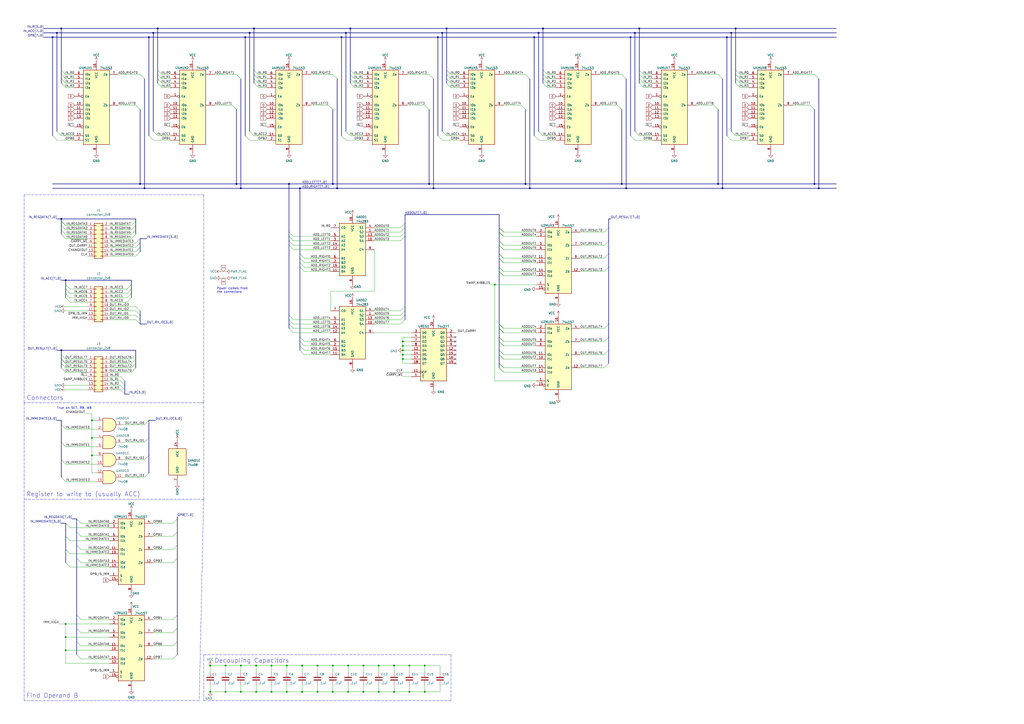
<source format=kicad_sch>
(kicad_sch (version 20211123) (generator eeschema)
  (paper "A2")
  (junction (at 184.15 386.08))
  (junction (at 363.22 109.22))
  (junction (at 219.71 401.32))
  (junction (at 426.72 16.51))
  (junction (at 35.56 16.51))
  (junction (at 233.68 200.66))
  (junction (at 91.44 16.51))
  (junction (at 147.32 16.51))
  (junction (at 368.3 19.05))
  (junction (at 193.04 106.68))
  (junction (at 53.34 254))
  (junction (at 365.76 21.59))
  (junction (at 200.66 19.05))
  (junction (at 121.92 401.32))
  (junction (at 370.84 16.51))
  (junction (at 237.49 401.32))
  (junction (at 198.12 21.59))
  (junction (at 35.56 127))
  (junction (at 233.68 205.74))
  (junction (at 175.26 401.32))
  (junction (at 304.8 106.68))
  (junction (at 210.82 401.32))
  (junction (at 360.68 106.68))
  (junction (at 38.1 369.57))
  (junction (at 201.93 386.08))
  (junction (at 142.24 21.59))
  (junction (at 309.88 21.59))
  (junction (at 219.71 386.08))
  (junction (at 53.34 264.16))
  (junction (at 35.56 203.2))
  (junction (at 137.16 106.68))
  (junction (at 314.96 16.51))
  (junction (at 246.38 386.08))
  (junction (at 167.64 106.68))
  (junction (at 248.92 106.68))
  (junction (at 121.92 386.08))
  (junction (at 256.54 19.05))
  (junction (at 157.48 401.32))
  (junction (at 83.82 109.22))
  (junction (at 307.34 109.22))
  (junction (at 88.9 19.05))
  (junction (at 184.15 401.32))
  (junction (at 228.6 386.08))
  (junction (at 30.48 21.59))
  (junction (at 424.18 19.05))
  (junction (at 33.02 19.05))
  (junction (at 228.6 401.32))
  (junction (at 38.1 361.95))
  (junction (at 139.7 401.32))
  (junction (at 166.37 401.32))
  (junction (at 53.34 243.84))
  (junction (at 86.36 21.59))
  (junction (at 233.68 208.28))
  (junction (at 195.58 109.22))
  (junction (at 130.81 401.32))
  (junction (at 254 21.59))
  (junction (at 130.81 386.08))
  (junction (at 157.48 386.08))
  (junction (at 144.78 19.05))
  (junction (at 166.37 386.08))
  (junction (at 193.04 401.32))
  (junction (at 472.44 106.68))
  (junction (at 210.82 386.08))
  (junction (at 233.68 198.12))
  (junction (at 259.08 16.51))
  (junction (at 148.59 386.08))
  (junction (at 419.1 109.22))
  (junction (at 139.7 386.08))
  (junction (at 474.98 109.22))
  (junction (at 201.93 401.32))
  (junction (at 233.68 203.2))
  (junction (at 173.99 109.22))
  (junction (at 81.28 106.68))
  (junction (at 148.59 401.32))
  (junction (at 246.38 401.32))
  (junction (at 251.46 109.22))
  (junction (at 175.26 386.08))
  (junction (at 193.04 386.08))
  (junction (at 139.7 109.22))
  (junction (at 38.1 162.56))
  (junction (at 38.1 377.19))
  (junction (at 237.49 386.08))
  (junction (at 287.02 165.1))
  (junction (at 421.64 21.59))
  (junction (at 203.2 16.51))
  (junction (at 416.56 106.68))
  (junction (at 312.42 19.05))
  (no_connect (at 264.16 198.12))
  (no_connect (at 264.16 195.58))
  (no_connect (at 264.16 205.74))
  (no_connect (at 264.16 210.82))
  (no_connect (at 264.16 208.28))
  (no_connect (at 264.16 200.66))
  (no_connect (at 264.16 203.2))
  (bus_entry (at 139.7 45.72) (size -2.54 -2.54))
  (bus_entry (at 102.87 372.11) (size -2.54 2.54))
  (bus_entry (at 44.45 308.61) (size 2.54 2.54))
  (bus_entry (at 91.44 48.26) (size 2.54 2.54))
  (bus_entry (at 44.45 356.87) (size 2.54 2.54))
  (bus_entry (at 81.28 138.43) (size -2.54 2.54))
  (bus_entry (at 86.36 264.16) (size -2.54 2.54))
  (bus_entry (at 289.56 187.96) (size 2.54 2.54))
  (bus_entry (at 35.56 40.64) (size 2.54 2.54))
  (bus_entry (at 416.56 63.5) (size -2.54 -2.54))
  (bus_entry (at 83.82 45.72) (size -2.54 -2.54))
  (bus_entry (at 234.95 134.62) (size -2.54 2.54))
  (bus_entry (at 35.56 208.28) (size 2.54 2.54))
  (bus_entry (at 251.46 45.72) (size -2.54 -2.54))
  (bus_entry (at 353.06 139.7) (size -2.54 2.54))
  (bus_entry (at 289.56 198.12) (size 2.54 2.54))
  (bus_entry (at 102.87 316.23) (size -2.54 2.54))
  (bus_entry (at 289.56 205.74) (size 2.54 2.54))
  (bus_entry (at 363.22 45.72) (size -2.54 -2.54))
  (bus_entry (at 35.56 256.54) (size 2.54 2.54))
  (bus_entry (at 147.32 43.18) (size 2.54 2.54))
  (bus_entry (at 102.87 323.85) (size -2.54 2.54))
  (bus_entry (at 35.56 276.86) (size 2.54 2.54))
  (bus_entry (at 370.84 43.18) (size 2.54 2.54))
  (bus_entry (at 259.08 45.72) (size 2.54 2.54))
  (bus_entry (at 167.64 137.16) (size 2.54 2.54))
  (bus_entry (at 142.24 78.74) (size 2.54 2.54))
  (bus_entry (at 167.64 134.62) (size 2.54 2.54))
  (bus_entry (at 289.56 210.82) (size 2.54 2.54))
  (bus_entry (at 173.99 198.12) (size 2.54 2.54))
  (bus_entry (at 289.56 198.12) (size 2.54 2.54))
  (bus_entry (at 35.56 128.27) (size 2.54 2.54))
  (bus_entry (at 78.74 205.74) (size -2.54 2.54))
  (bus_entry (at 78.74 208.28) (size -2.54 2.54))
  (bus_entry (at 167.64 185.42) (size 2.54 2.54))
  (bus_entry (at 472.44 63.5) (size -2.54 -2.54))
  (bus_entry (at 73.66 170.18) (size 2.54 -2.54))
  (bus_entry (at 419.1 45.72) (size -2.54 -2.54))
  (bus_entry (at 314.96 40.64) (size 2.54 2.54))
  (bus_entry (at 234.95 182.88) (size -2.54 2.54))
  (bus_entry (at 304.8 63.5) (size -2.54 -2.54))
  (bus_entry (at 426.72 45.72) (size 2.54 2.54))
  (bus_entry (at 289.56 187.96) (size 2.54 2.54))
  (bus_entry (at 35.56 45.72) (size 2.54 2.54))
  (bus_entry (at 353.06 187.96) (size -2.54 2.54))
  (bus_entry (at 76.2 138.43) (size 2.54 -2.54))
  (bus_entry (at 38.1 133.35) (size -2.54 -2.54))
  (bus_entry (at 76.2 130.81) (size 2.54 -2.54))
  (bus_entry (at 173.99 149.86) (size 2.54 2.54))
  (bus_entry (at 35.56 48.26) (size 2.54 2.54))
  (bus_entry (at 289.56 190.5) (size 2.54 2.54))
  (bus_entry (at 86.36 78.74) (size 2.54 2.54))
  (bus_entry (at 72.39 226.06) (size -2.54 -2.54))
  (bus_entry (at 44.45 323.85) (size 2.54 2.54))
  (bus_entry (at 35.56 213.36) (size 2.54 2.54))
  (bus_entry (at 289.56 132.08) (size 2.54 2.54))
  (bus_entry (at 426.72 43.18) (size 2.54 2.54))
  (bus_entry (at 426.72 48.26) (size 2.54 2.54))
  (bus_entry (at 72.39 228.6) (size -2.54 -2.54))
  (bus_entry (at 289.56 157.48) (size 2.54 2.54))
  (bus_entry (at 203.2 45.72) (size 2.54 2.54))
  (bus_entry (at 44.45 364.49) (size 2.54 2.54))
  (bus_entry (at 289.56 154.94) (size 2.54 2.54))
  (bus_entry (at 76.2 135.89) (size 2.54 -2.54))
  (bus_entry (at 81.28 185.42) (size -2.54 -2.54))
  (bus_entry (at 167.64 139.7) (size 2.54 2.54))
  (bus_entry (at 38.1 172.72) (size 2.54 2.54))
  (bus_entry (at 370.84 45.72) (size 2.54 2.54))
  (bus_entry (at 289.56 134.62) (size 2.54 2.54))
  (bus_entry (at 203.2 48.26) (size 2.54 2.54))
  (bus_entry (at 256.54 76.2) (size 2.54 2.54))
  (bus_entry (at 38.1 170.18) (size 2.54 2.54))
  (bus_entry (at 289.56 139.7) (size 2.54 2.54))
  (bus_entry (at 38.1 210.82) (size -2.54 -2.54))
  (bus_entry (at 314.96 45.72) (size 2.54 2.54))
  (bus_entry (at 35.56 43.18) (size 2.54 2.54))
  (bus_entry (at 147.32 48.26) (size 2.54 2.54))
  (bus_entry (at 78.74 213.36) (size -2.54 2.54))
  (bus_entry (at 289.56 134.62) (size 2.54 2.54))
  (bus_entry (at 289.56 134.62) (size 2.54 2.54))
  (bus_entry (at 365.76 78.74) (size 2.54 2.54))
  (bus_entry (at 289.56 142.24) (size 2.54 2.54))
  (bus_entry (at 81.28 182.88) (size -2.54 -2.54))
  (bus_entry (at 173.99 195.58) (size 2.54 2.54))
  (bus_entry (at 81.28 146.05) (size -2.54 2.54))
  (bus_entry (at 81.28 180.34) (size -2.54 -2.54))
  (bus_entry (at 102.87 356.87) (size -2.54 2.54))
  (bus_entry (at 147.32 40.64) (size 2.54 2.54))
  (bus_entry (at 353.06 147.32) (size -2.54 2.54))
  (bus_entry (at 289.56 139.7) (size 2.54 2.54))
  (bus_entry (at 234.95 180.34) (size -2.54 2.54))
  (bus_entry (at 289.56 154.94) (size 2.54 2.54))
  (bus_entry (at 167.64 187.96) (size 2.54 2.54))
  (bus_entry (at 289.56 203.2) (size 2.54 2.54))
  (bus_entry (at 234.95 137.16) (size -2.54 2.54))
  (bus_entry (at 289.56 210.82) (size 2.54 2.54))
  (bus_entry (at 353.06 210.82) (size -2.54 2.54))
  (bus_entry (at 78.74 210.82) (size -2.54 2.54))
  (bus_entry (at 259.08 43.18) (size 2.54 2.54))
  (bus_entry (at 30.48 78.74) (size 2.54 2.54))
  (bus_entry (at 289.56 147.32) (size 2.54 2.54))
  (bus_entry (at 368.3 76.2) (size 2.54 2.54))
  (bus_entry (at 38.1 130.81) (size -2.54 -2.54))
  (bus_entry (at 193.04 63.5) (size -2.54 -2.54))
  (bus_entry (at 88.9 76.2) (size 2.54 2.54))
  (bus_entry (at 289.56 149.86) (size 2.54 2.54))
  (bus_entry (at 353.06 203.2) (size -2.54 2.54))
  (bus_entry (at 44.45 379.73) (size 2.54 2.54))
  (bus_entry (at 307.34 45.72) (size -2.54 -2.54))
  (bus_entry (at 309.88 78.74) (size 2.54 2.54))
  (bus_entry (at 312.42 76.2) (size 2.54 2.54))
  (bus_entry (at 81.28 187.96) (size -2.54 -2.54))
  (bus_entry (at 353.06 132.08) (size -2.54 2.54))
  (bus_entry (at 173.99 200.66) (size 2.54 2.54))
  (bus_entry (at 73.66 172.72) (size 2.54 -2.54))
  (bus_entry (at 173.99 147.32) (size 2.54 2.54))
  (bus_entry (at 259.08 40.64) (size 2.54 2.54))
  (bus_entry (at 76.2 133.35) (size 2.54 -2.54))
  (bus_entry (at 35.56 205.74) (size 2.54 2.54))
  (bus_entry (at 289.56 142.24) (size 2.54 2.54))
  (bus_entry (at 198.12 78.74) (size 2.54 2.54))
  (bus_entry (at 314.96 48.26) (size 2.54 2.54))
  (bus_entry (at 91.44 45.72) (size 2.54 2.54))
  (bus_entry (at 81.28 140.97) (size -2.54 2.54))
  (bus_entry (at 289.56 205.74) (size 2.54 2.54))
  (bus_entry (at 137.16 63.5) (size -2.54 -2.54))
  (bus_entry (at 72.39 223.52) (size -2.54 -2.54))
  (bus_entry (at 81.28 143.51) (size -2.54 2.54))
  (bus_entry (at 370.84 40.64) (size 2.54 2.54))
  (bus_entry (at 38.1 138.43) (size -2.54 -2.54))
  (bus_entry (at 73.66 167.64) (size 2.54 -2.54))
  (bus_entry (at 370.84 48.26) (size 2.54 2.54))
  (bus_entry (at 167.64 190.5) (size 2.54 2.54))
  (bus_entry (at 203.2 43.18) (size 2.54 2.54))
  (bus_entry (at 360.68 63.5) (size -2.54 -2.54))
  (bus_entry (at 102.87 379.73) (size -2.54 2.54))
  (bus_entry (at 195.58 45.72) (size -2.54 -2.54))
  (bus_entry (at 147.32 45.72) (size 2.54 2.54))
  (bus_entry (at 259.08 48.26) (size 2.54 2.54))
  (bus_entry (at 353.06 154.94) (size -2.54 2.54))
  (bus_entry (at 289.56 195.58) (size 2.54 2.54))
  (bus_entry (at 353.06 195.58) (size -2.54 2.54))
  (bus_entry (at 86.36 254) (size -2.54 2.54))
  (bus_entry (at 289.56 187.96) (size 2.54 2.54))
  (bus_entry (at 254 78.74) (size 2.54 2.54))
  (bus_entry (at 38.1 311.15) (size 2.54 2.54))
  (bus_entry (at 289.56 213.36) (size 2.54 2.54))
  (bus_entry (at 167.64 182.88) (size 2.54 2.54))
  (bus_entry (at 35.56 246.38) (size 2.54 2.54))
  (bus_entry (at 248.92 63.5) (size -2.54 -2.54))
  (bus_entry (at 426.72 40.64) (size 2.54 2.54))
  (bus_entry (at 91.44 40.64) (size 2.54 2.54))
  (bus_entry (at 73.66 175.26) (size 2.54 -2.54))
  (bus_entry (at 314.96 43.18) (size 2.54 2.54))
  (bus_entry (at 289.56 132.08) (size 2.54 2.54))
  (bus_entry (at 234.95 129.54) (size -2.54 2.54))
  (bus_entry (at 91.44 43.18) (size 2.54 2.54))
  (bus_entry (at 289.56 203.2) (size 2.54 2.54))
  (bus_entry (at 86.36 274.32) (size -2.54 2.54))
  (bus_entry (at 81.28 63.5) (size -2.54 -2.54))
  (bus_entry (at 35.56 210.82) (size 2.54 2.54))
  (bus_entry (at 86.36 243.84) (size -2.54 2.54))
  (bus_entry (at 289.56 195.58) (size 2.54 2.54))
  (bus_entry (at 289.56 213.36) (size 2.54 2.54))
  (bus_entry (at 289.56 132.08) (size 2.54 2.54))
  (bus_entry (at 35.56 266.7) (size 2.54 2.54))
  (bus_entry (at 167.64 142.24) (size 2.54 2.54))
  (bus_entry (at 173.99 154.94) (size 2.54 2.54))
  (bus_entry (at 44.45 372.11) (size 2.54 2.54))
  (bus_entry (at 173.99 203.2) (size 2.54 2.54))
  (bus_entry (at 38.1 165.1) (size 2.54 2.54))
  (bus_entry (at 474.98 45.72) (size -2.54 -2.54))
  (bus_entry (at 421.64 78.74) (size 2.54 2.54))
  (bus_entry (at 102.87 300.99) (size -2.54 2.54))
  (bus_entry (at 38.1 326.39) (size 2.54 2.54))
  (bus_entry (at 234.95 132.08) (size -2.54 2.54))
  (bus_entry (at 289.56 149.86) (size 2.54 2.54))
  (bus_entry (at 144.78 76.2) (size 2.54 2.54))
  (bus_entry (at 38.1 135.89) (size -2.54 -2.54))
  (bus_entry (at 38.1 167.64) (size 2.54 2.54))
  (bus_entry (at 38.1 303.53) (size 2.54 2.54))
  (bus_entry (at 173.99 152.4) (size 2.54 2.54))
  (bus_entry (at 44.45 316.23) (size 2.54 2.54))
  (bus_entry (at 200.66 76.2) (size 2.54 2.54))
  (bus_entry (at 289.56 190.5) (size 2.54 2.54))
  (bus_entry (at 289.56 190.5) (size 2.54 2.54))
  (bus_entry (at 234.95 185.42) (size -2.54 2.54))
  (bus_entry (at 102.87 308.61) (size -2.54 2.54))
  (bus_entry (at 289.56 157.48) (size 2.54 2.54))
  (bus_entry (at 38.1 318.77) (size 2.54 2.54))
  (bus_entry (at 33.02 76.2) (size 2.54 2.54))
  (bus_entry (at 44.45 300.99) (size 2.54 2.54))
  (bus_entry (at 203.2 40.64) (size 2.54 2.54))
  (bus_entry (at 234.95 177.8) (size -2.54 2.54))
  (bus_entry (at 102.87 364.49) (size -2.54 2.54))
  (bus_entry (at 289.56 147.32) (size 2.54 2.54))
  (bus_entry (at 424.18 76.2) (size 2.54 2.54))
  (bus_entry (at 72.39 220.98) (size -2.54 -2.54))
  (bus (pts (xy 38.1 165.1) (xy 38.1 167.64)))
  (polyline (pts (xy 13.97 233.68) (xy 13.97 289.56)))
  (bus (pts (xy 35.56 243.84) (xy 35.56 246.38)))
  (wire (pts (xy 180.34 60.96) (xy 190.5 60.96)))
  (bus (pts (xy 424.18 19.05) (xy 424.18 76.2)))
  (polyline (pts (xy 261.62 406.4) (xy 118.11 406.4)))
  (bus (pts (xy 102.87 372.11) (xy 102.87 379.73)))
  (wire (pts (xy 53.34 264.16) (xy 53.34 274.32)))
  (wire (pts (xy 373.38 43.18) (xy 378.46 43.18)))
  (bus (pts (xy 76.2 165.1) (xy 76.2 162.56)))
  (bus (pts (xy 353.06 147.32) (xy 353.06 154.94)))
  (wire (pts (xy 210.82 389.89) (xy 210.82 386.08)))
  (bus (pts (xy 83.82 109.22) (xy 139.7 109.22)))
  (wire (pts (xy 219.71 401.32) (xy 228.6 401.32)))
  (wire (pts (xy 292.1 190.5) (xy 311.15 190.5)))
  (bus (pts (xy 248.92 63.5) (xy 248.92 106.68)))
  (bus (pts (xy 419.1 109.22) (xy 474.98 109.22)))
  (bus (pts (xy 144.78 19.05) (xy 200.66 19.05)))
  (bus (pts (xy 251.46 109.22) (xy 307.34 109.22)))
  (wire (pts (xy 233.68 203.2) (xy 238.76 203.2)))
  (bus (pts (xy 35.56 203.2) (xy 78.74 203.2)))
  (wire (pts (xy 426.72 78.74) (xy 434.34 78.74)))
  (bus (pts (xy 35.56 45.72) (xy 35.56 48.26)))
  (bus (pts (xy 102.87 299.72) (xy 102.87 300.99)))
  (wire (pts (xy 50.8 135.89) (xy 38.1 135.89)))
  (bus (pts (xy 426.72 16.51) (xy 426.72 40.64)))
  (wire (pts (xy 148.59 386.08) (xy 157.48 386.08)))
  (wire (pts (xy 50.8 208.28) (xy 38.1 208.28)))
  (bus (pts (xy 86.36 264.16) (xy 86.36 274.32)))
  (bus (pts (xy 472.44 106.68) (xy 485.14 106.68)))
  (wire (pts (xy 217.17 193.04) (xy 238.76 193.04)))
  (wire (pts (xy 176.53 152.4) (xy 191.77 152.4)))
  (wire (pts (xy 205.74 50.8) (xy 210.82 50.8)))
  (bus (pts (xy 256.54 19.05) (xy 312.42 19.05)))
  (wire (pts (xy 63.5 133.35) (xy 76.2 133.35)))
  (wire (pts (xy 73.66 175.26) (xy 63.5 175.26)))
  (bus (pts (xy 35.56 16.51) (xy 35.56 40.64)))
  (bus (pts (xy 173.99 109.22) (xy 173.99 147.32)))
  (wire (pts (xy 50.8 210.82) (xy 38.1 210.82)))
  (wire (pts (xy 40.64 328.93) (xy 63.5 328.93)))
  (wire (pts (xy 170.18 139.7) (xy 191.77 139.7)))
  (wire (pts (xy 73.66 170.18) (xy 63.5 170.18)))
  (wire (pts (xy 201.93 401.32) (xy 201.93 397.51)))
  (wire (pts (xy 157.48 401.32) (xy 166.37 401.32)))
  (wire (pts (xy 176.53 200.66) (xy 191.77 200.66)))
  (bus (pts (xy 72.39 228.6) (xy 72.39 226.06)))
  (bus (pts (xy 314.96 43.18) (xy 314.96 45.72)))
  (wire (pts (xy 46.99 359.41) (xy 63.5 359.41)))
  (wire (pts (xy 53.34 243.84) (xy 55.88 243.84)))
  (bus (pts (xy 234.95 124.46) (xy 289.56 124.46)))
  (bus (pts (xy 38.1 167.64) (xy 38.1 170.18)))
  (bus (pts (xy 289.56 195.58) (xy 289.56 198.12)))
  (wire (pts (xy 63.5 213.36) (xy 76.2 213.36)))
  (wire (pts (xy 73.66 167.64) (xy 63.5 167.64)))
  (bus (pts (xy 173.99 198.12) (xy 173.99 200.66)))
  (bus (pts (xy 38.1 162.56) (xy 76.2 162.56)))
  (wire (pts (xy 121.92 386.08) (xy 130.81 386.08)))
  (bus (pts (xy 102.87 323.85) (xy 102.87 356.87)))
  (wire (pts (xy 429.26 48.26) (xy 434.34 48.26)))
  (bus (pts (xy 78.74 130.81) (xy 78.74 133.35)))
  (bus (pts (xy 368.3 19.05) (xy 368.3 76.2)))
  (bus (pts (xy 234.95 137.16) (xy 234.95 177.8)))
  (wire (pts (xy 88.9 382.27) (xy 100.33 382.27)))
  (bus (pts (xy 416.56 63.5) (xy 416.56 106.68)))
  (bus (pts (xy 426.72 45.72) (xy 426.72 48.26)))
  (bus (pts (xy 78.74 203.2) (xy 78.74 205.74)))
  (wire (pts (xy 219.71 401.32) (xy 219.71 397.51)))
  (bus (pts (xy 35.56 210.82) (xy 35.56 213.36)))
  (wire (pts (xy 78.74 143.51) (xy 63.5 143.51)))
  (wire (pts (xy 233.68 198.12) (xy 233.68 195.58)))
  (wire (pts (xy 69.85 218.44) (xy 63.5 218.44)))
  (polyline (pts (xy 118.11 113.03) (xy 118.11 233.68)))
  (bus (pts (xy 35.56 130.81) (xy 35.56 133.35)))
  (bus (pts (xy 173.99 109.22) (xy 195.58 109.22)))
  (wire (pts (xy 50.8 215.9) (xy 38.1 215.9)))
  (bus (pts (xy 363.22 45.72) (xy 363.22 109.22)))
  (bus (pts (xy 353.06 187.96) (xy 353.06 195.58)))
  (bus (pts (xy 289.56 203.2) (xy 289.56 205.74)))
  (bus (pts (xy 353.06 139.7) (xy 353.06 147.32)))
  (wire (pts (xy 429.26 43.18) (xy 434.34 43.18)))
  (bus (pts (xy 474.98 109.22) (xy 485.14 109.22)))
  (wire (pts (xy 193.04 401.32) (xy 193.04 397.51)))
  (wire (pts (xy 157.48 389.89) (xy 157.48 386.08)))
  (bus (pts (xy 91.44 16.51) (xy 147.32 16.51)))
  (bus (pts (xy 416.56 106.68) (xy 472.44 106.68)))
  (wire (pts (xy 292.1 208.28) (xy 311.15 208.28)))
  (wire (pts (xy 149.86 43.18) (xy 154.94 43.18)))
  (bus (pts (xy 248.92 106.68) (xy 304.8 106.68)))
  (wire (pts (xy 46.99 303.53) (xy 63.5 303.53)))
  (wire (pts (xy 63.5 208.28) (xy 76.2 208.28)))
  (wire (pts (xy 292.1 60.96) (xy 302.26 60.96)))
  (bus (pts (xy 76.2 172.72) (xy 76.2 170.18)))
  (bus (pts (xy 309.88 21.59) (xy 365.76 21.59)))
  (bus (pts (xy 234.95 132.08) (xy 234.95 134.62)))
  (wire (pts (xy 38.1 361.95) (xy 38.1 369.57)))
  (bus (pts (xy 167.64 134.62) (xy 167.64 137.16)))
  (wire (pts (xy 217.17 187.96) (xy 232.41 187.96)))
  (wire (pts (xy 233.68 195.58) (xy 238.76 195.58)))
  (wire (pts (xy 148.59 389.89) (xy 148.59 386.08)))
  (bus (pts (xy 421.64 21.59) (xy 421.64 78.74)))
  (bus (pts (xy 35.56 208.28) (xy 35.56 210.82)))
  (bus (pts (xy 289.56 134.62) (xy 289.56 139.7)))
  (bus (pts (xy 41.91 300.99) (xy 44.45 300.99)))
  (wire (pts (xy 261.62 48.26) (xy 266.7 48.26)))
  (wire (pts (xy 53.34 240.03) (xy 53.34 243.84)))
  (bus (pts (xy 353.06 132.08) (xy 353.06 139.7)))
  (wire (pts (xy 128.27 161.29) (xy 130.81 161.29)))
  (bus (pts (xy 193.04 63.5) (xy 193.04 106.68)))
  (wire (pts (xy 176.53 154.94) (xy 191.77 154.94)))
  (wire (pts (xy 91.44 78.74) (xy 99.06 78.74)))
  (bus (pts (xy 25.4 19.05) (xy 33.02 19.05)))
  (wire (pts (xy 88.9 81.28) (xy 99.06 81.28)))
  (bus (pts (xy 234.95 180.34) (xy 234.95 182.88)))
  (wire (pts (xy 287.02 165.1) (xy 287.02 220.98)))
  (wire (pts (xy 63.5 138.43) (xy 76.2 138.43)))
  (bus (pts (xy 314.96 40.64) (xy 314.96 43.18)))
  (wire (pts (xy 217.17 137.16) (xy 232.41 137.16)))
  (polyline (pts (xy 118.11 379.73) (xy 118.11 406.4)))
  (bus (pts (xy 203.2 16.51) (xy 203.2 40.64)))
  (bus (pts (xy 289.56 210.82) (xy 289.56 213.36)))
  (bus (pts (xy 137.16 63.5) (xy 137.16 106.68)))
  (bus (pts (xy 44.45 364.49) (xy 44.45 372.11)))
  (bus (pts (xy 33.02 203.2) (xy 35.56 203.2)))
  (bus (pts (xy 234.95 177.8) (xy 234.95 180.34)))
  (bus (pts (xy 78.74 205.74) (xy 78.74 208.28)))
  (bus (pts (xy 102.87 316.23) (xy 102.87 323.85)))
  (wire (pts (xy 176.53 205.74) (xy 191.77 205.74)))
  (wire (pts (xy 38.1 248.92) (xy 55.88 248.92)))
  (wire (pts (xy 210.82 401.32) (xy 210.82 397.51)))
  (bus (pts (xy 44.45 300.99) (xy 44.45 308.61)))
  (wire (pts (xy 370.84 78.74) (xy 378.46 78.74)))
  (wire (pts (xy 176.53 198.12) (xy 191.77 198.12)))
  (polyline (pts (xy 13.97 406.4) (xy 13.97 289.56)))
  (wire (pts (xy 53.34 254) (xy 55.88 254)))
  (wire (pts (xy 166.37 389.89) (xy 166.37 386.08)))
  (bus (pts (xy 38.1 303.53) (xy 38.1 311.15)))
  (bus (pts (xy 289.56 157.48) (xy 289.56 187.96)))
  (bus (pts (xy 289.56 190.5) (xy 289.56 195.58)))
  (wire (pts (xy 63.5 210.82) (xy 76.2 210.82)))
  (bus (pts (xy 44.45 356.87) (xy 44.45 364.49)))
  (bus (pts (xy 167.64 182.88) (xy 167.64 185.42)))
  (wire (pts (xy 124.46 60.96) (xy 134.62 60.96)))
  (wire (pts (xy 336.55 190.5) (xy 350.52 190.5)))
  (bus (pts (xy 33.02 243.84) (xy 35.56 243.84)))
  (bus (pts (xy 147.32 43.18) (xy 147.32 45.72)))
  (wire (pts (xy 170.18 142.24) (xy 191.77 142.24)))
  (bus (pts (xy 259.08 16.51) (xy 259.08 40.64)))
  (bus (pts (xy 38.1 311.15) (xy 38.1 318.77)))
  (wire (pts (xy 63.5 180.34) (xy 78.74 180.34)))
  (wire (pts (xy 217.17 134.62) (xy 232.41 134.62)))
  (wire (pts (xy 287.02 165.1) (xy 311.15 165.1)))
  (bus (pts (xy 91.44 40.64) (xy 91.44 43.18)))
  (bus (pts (xy 35.56 256.54) (xy 35.56 266.7)))
  (wire (pts (xy 373.38 50.8) (xy 378.46 50.8)))
  (bus (pts (xy 307.34 109.22) (xy 363.22 109.22)))
  (bus (pts (xy 35.56 16.51) (xy 91.44 16.51)))
  (bus (pts (xy 35.56 127) (xy 35.56 128.27)))
  (bus (pts (xy 426.72 40.64) (xy 426.72 43.18)))
  (bus (pts (xy 85.09 187.96) (xy 81.28 187.96)))
  (wire (pts (xy 233.68 208.28) (xy 238.76 208.28)))
  (wire (pts (xy 210.82 401.32) (xy 219.71 401.32)))
  (wire (pts (xy 50.8 138.43) (xy 38.1 138.43)))
  (wire (pts (xy 403.86 43.18) (xy 416.56 43.18)))
  (wire (pts (xy 147.32 78.74) (xy 154.94 78.74)))
  (polyline (pts (xy 118.11 289.56) (xy 118.11 233.68)))
  (polyline (pts (xy 118.11 233.68) (xy 13.97 233.68)))
  (bus (pts (xy 234.95 129.54) (xy 234.95 132.08)))
  (wire (pts (xy 255.27 401.32) (xy 255.27 397.51)))
  (wire (pts (xy 130.81 389.89) (xy 130.81 386.08)))
  (polyline (pts (xy 118.11 379.73) (xy 261.62 379.73)))
  (bus (pts (xy 314.96 45.72) (xy 314.96 48.26)))
  (bus (pts (xy 88.9 19.05) (xy 88.9 76.2)))
  (wire (pts (xy 78.74 146.05) (xy 63.5 146.05)))
  (wire (pts (xy 71.12 256.54) (xy 83.82 256.54)))
  (bus (pts (xy 81.28 63.5) (xy 81.28 106.68)))
  (bus (pts (xy 144.78 19.05) (xy 144.78 76.2)))
  (bus (pts (xy 86.36 243.84) (xy 86.36 254)))
  (wire (pts (xy 63.5 185.42) (xy 78.74 185.42)))
  (wire (pts (xy 130.81 401.32) (xy 139.7 401.32)))
  (bus (pts (xy 289.56 142.24) (xy 289.56 147.32)))
  (bus (pts (xy 38.1 170.18) (xy 38.1 172.72)))
  (bus (pts (xy 76.2 167.64) (xy 76.2 165.1)))
  (wire (pts (xy 184.15 389.89) (xy 184.15 386.08)))
  (bus (pts (xy 353.06 154.94) (xy 353.06 187.96)))
  (wire (pts (xy 403.86 60.96) (xy 414.02 60.96)))
  (wire (pts (xy 149.86 50.8) (xy 154.94 50.8)))
  (bus (pts (xy 426.72 16.51) (xy 485.14 16.51)))
  (wire (pts (xy 317.5 50.8) (xy 322.58 50.8)))
  (wire (pts (xy 233.68 210.82) (xy 233.68 208.28)))
  (bus (pts (xy 312.42 19.05) (xy 368.3 19.05)))
  (bus (pts (xy 259.08 43.18) (xy 259.08 45.72)))
  (wire (pts (xy 50.8 133.35) (xy 38.1 133.35)))
  (bus (pts (xy 88.9 19.05) (xy 144.78 19.05)))
  (wire (pts (xy 233.68 200.66) (xy 238.76 200.66)))
  (bus (pts (xy 102.87 356.87) (xy 102.87 364.49)))
  (wire (pts (xy 33.02 81.28) (xy 43.18 81.28)))
  (wire (pts (xy 40.64 321.31) (xy 63.5 321.31)))
  (bus (pts (xy 200.66 19.05) (xy 256.54 19.05)))
  (bus (pts (xy 35.56 303.53) (xy 38.1 303.53)))
  (bus (pts (xy 78.74 210.82) (xy 78.74 208.28)))
  (wire (pts (xy 38.1 369.57) (xy 38.1 377.19)))
  (bus (pts (xy 102.87 364.49) (xy 102.87 372.11)))
  (wire (pts (xy 38.1 226.06) (xy 50.8 226.06)))
  (bus (pts (xy 314.96 16.51) (xy 370.84 16.51)))
  (wire (pts (xy 124.46 43.18) (xy 137.16 43.18)))
  (wire (pts (xy 292.1 215.9) (xy 311.15 215.9)))
  (wire (pts (xy 88.9 326.39) (xy 100.33 326.39)))
  (wire (pts (xy 88.9 318.77) (xy 100.33 318.77)))
  (wire (pts (xy 176.53 203.2) (xy 191.77 203.2)))
  (wire (pts (xy 53.34 254) (xy 53.34 264.16)))
  (wire (pts (xy 233.68 200.66) (xy 233.68 198.12)))
  (wire (pts (xy 292.1 152.4) (xy 311.15 152.4)))
  (wire (pts (xy 121.92 401.32) (xy 130.81 401.32)))
  (wire (pts (xy 265.43 193.04) (xy 264.16 193.04)))
  (wire (pts (xy 219.71 389.89) (xy 219.71 386.08)))
  (bus (pts (xy 173.99 149.86) (xy 173.99 152.4)))
  (wire (pts (xy 184.15 401.32) (xy 193.04 401.32)))
  (wire (pts (xy 210.82 386.08) (xy 219.71 386.08)))
  (bus (pts (xy 234.95 124.46) (xy 234.95 129.54)))
  (bus (pts (xy 472.44 63.5) (xy 472.44 106.68)))
  (wire (pts (xy 149.86 45.72) (xy 154.94 45.72)))
  (wire (pts (xy 93.98 50.8) (xy 99.06 50.8)))
  (bus (pts (xy 167.64 137.16) (xy 167.64 139.7)))
  (bus (pts (xy 195.58 45.72) (xy 195.58 109.22)))
  (wire (pts (xy 203.2 78.74) (xy 210.82 78.74)))
  (bus (pts (xy 30.48 109.22) (xy 83.82 109.22)))
  (bus (pts (xy 353.06 195.58) (xy 353.06 203.2)))
  (wire (pts (xy 429.26 50.8) (xy 434.34 50.8)))
  (bus (pts (xy 33.02 19.05) (xy 33.02 76.2)))
  (bus (pts (xy 25.4 16.51) (xy 35.56 16.51)))
  (bus (pts (xy 173.99 195.58) (xy 173.99 198.12)))
  (bus (pts (xy 81.28 182.88) (xy 81.28 180.34)))
  (wire (pts (xy 336.55 134.62) (xy 350.52 134.62)))
  (bus (pts (xy 35.56 40.64) (xy 35.56 43.18)))
  (wire (pts (xy 38.1 377.19) (xy 38.1 384.81)))
  (bus (pts (xy 81.28 140.97) (xy 81.28 143.51)))
  (wire (pts (xy 217.17 185.42) (xy 232.41 185.42)))
  (bus (pts (xy 81.28 106.68) (xy 137.16 106.68)))
  (bus (pts (xy 44.45 308.61) (xy 44.45 316.23)))
  (wire (pts (xy 233.68 205.74) (xy 238.76 205.74)))
  (wire (pts (xy 219.71 386.08) (xy 228.6 386.08)))
  (wire (pts (xy 228.6 401.32) (xy 228.6 397.51)))
  (bus (pts (xy 81.28 187.96) (xy 81.28 185.42)))
  (wire (pts (xy 144.78 81.28) (xy 154.94 81.28)))
  (wire (pts (xy 157.48 386.08) (xy 166.37 386.08)))
  (wire (pts (xy 180.34 43.18) (xy 193.04 43.18)))
  (wire (pts (xy 175.26 401.32) (xy 184.15 401.32)))
  (wire (pts (xy 292.1 142.24) (xy 311.15 142.24)))
  (bus (pts (xy 72.39 223.52) (xy 72.39 220.98)))
  (bus (pts (xy 35.56 133.35) (xy 35.56 135.89)))
  (wire (pts (xy 38.1 259.08) (xy 55.88 259.08)))
  (bus (pts (xy 289.56 149.86) (xy 289.56 154.94)))
  (bus (pts (xy 173.99 154.94) (xy 173.99 195.58)))
  (bus (pts (xy 289.56 187.96) (xy 289.56 190.5)))
  (bus (pts (xy 86.36 254) (xy 86.36 264.16)))
  (wire (pts (xy 292.1 144.78) (xy 311.15 144.78)))
  (wire (pts (xy 38.1 45.72) (xy 43.18 45.72)))
  (bus (pts (xy 370.84 45.72) (xy 370.84 48.26)))
  (wire (pts (xy 46.99 374.65) (xy 63.5 374.65)))
  (bus (pts (xy 147.32 16.51) (xy 147.32 40.64)))
  (wire (pts (xy 46.99 367.03) (xy 63.5 367.03)))
  (wire (pts (xy 201.93 389.89) (xy 201.93 386.08)))
  (wire (pts (xy 40.64 172.72) (xy 50.8 172.72)))
  (bus (pts (xy 363.22 109.22) (xy 419.1 109.22)))
  (wire (pts (xy 193.04 386.08) (xy 201.93 386.08)))
  (wire (pts (xy 38.1 180.34) (xy 50.8 180.34)))
  (bus (pts (xy 289.56 124.46) (xy 289.56 132.08)))
  (bus (pts (xy 421.64 21.59) (xy 485.14 21.59)))
  (polyline (pts (xy 118.11 113.03) (xy 13.97 113.03)))
  (wire (pts (xy 93.98 48.26) (xy 99.06 48.26)))
  (wire (pts (xy 191.77 168.91) (xy 217.17 168.91)))
  (wire (pts (xy 55.88 274.32) (xy 53.34 274.32)))
  (bus (pts (xy 353.06 127) (xy 354.33 127)))
  (wire (pts (xy 121.92 389.89) (xy 121.92 386.08)))
  (wire (pts (xy 292.1 134.62) (xy 311.15 134.62)))
  (wire (pts (xy 63.5 182.88) (xy 78.74 182.88)))
  (bus (pts (xy 419.1 45.72) (xy 419.1 109.22)))
  (bus (pts (xy 74.93 228.6) (xy 72.39 228.6)))
  (wire (pts (xy 88.9 311.15) (xy 100.33 311.15)))
  (wire (pts (xy 93.98 45.72) (xy 99.06 45.72)))
  (wire (pts (xy 193.04 401.32) (xy 201.93 401.32)))
  (wire (pts (xy 424.18 81.28) (xy 434.34 81.28)))
  (wire (pts (xy 368.3 81.28) (xy 378.46 81.28)))
  (bus (pts (xy 198.12 21.59) (xy 198.12 78.74)))
  (wire (pts (xy 314.96 78.74) (xy 322.58 78.74)))
  (bus (pts (xy 25.4 21.59) (xy 30.48 21.59)))
  (wire (pts (xy 236.22 60.96) (xy 246.38 60.96)))
  (wire (pts (xy 69.85 220.98) (xy 63.5 220.98)))
  (wire (pts (xy 40.64 313.69) (xy 63.5 313.69)))
  (bus (pts (xy 91.44 45.72) (xy 91.44 48.26)))
  (bus (pts (xy 44.45 323.85) (xy 44.45 356.87)))
  (wire (pts (xy 34.29 361.95) (xy 38.1 361.95)))
  (wire (pts (xy 233.68 210.82) (xy 238.76 210.82)))
  (wire (pts (xy 63.5 148.59) (xy 78.74 148.59)))
  (bus (pts (xy 234.95 134.62) (xy 234.95 137.16)))
  (bus (pts (xy 147.32 45.72) (xy 147.32 48.26)))
  (bus (pts (xy 198.12 21.59) (xy 254 21.59)))
  (polyline (pts (xy 115.57 406.4) (xy 13.97 406.4)))
  (bus (pts (xy 38.1 318.77) (xy 38.1 326.39)))
  (bus (pts (xy 81.28 138.43) (xy 81.28 140.97)))
  (wire (pts (xy 317.5 45.72) (xy 322.58 45.72)))
  (wire (pts (xy 292.1 213.36) (xy 311.15 213.36)))
  (bus (pts (xy 33.02 127) (xy 35.56 127)))
  (wire (pts (xy 233.68 198.12) (xy 238.76 198.12)))
  (bus (pts (xy 167.64 185.42) (xy 167.64 187.96)))
  (bus (pts (xy 254 21.59) (xy 309.88 21.59)))
  (wire (pts (xy 292.1 193.04) (xy 311.15 193.04)))
  (bus (pts (xy 173.99 147.32) (xy 173.99 149.86)))
  (wire (pts (xy 347.98 43.18) (xy 360.68 43.18)))
  (bus (pts (xy 173.99 200.66) (xy 173.99 203.2)))
  (wire (pts (xy 88.9 359.41) (xy 100.33 359.41)))
  (bus (pts (xy 370.84 40.64) (xy 370.84 43.18)))
  (polyline (pts (xy 13.97 113.03) (xy 13.97 233.68)))
  (wire (pts (xy 255.27 389.89) (xy 255.27 386.08)))
  (bus (pts (xy 167.64 142.24) (xy 167.64 182.88)))
  (wire (pts (xy 53.34 264.16) (xy 55.88 264.16)))
  (wire (pts (xy 459.74 60.96) (xy 469.9 60.96)))
  (bus (pts (xy 368.3 19.05) (xy 424.18 19.05)))
  (bus (pts (xy 86.36 21.59) (xy 142.24 21.59)))
  (wire (pts (xy 93.98 43.18) (xy 99.06 43.18)))
  (wire (pts (xy 217.17 168.91) (xy 217.17 144.78)))
  (wire (pts (xy 53.34 243.84) (xy 53.34 254)))
  (wire (pts (xy 68.58 43.18) (xy 81.28 43.18)))
  (bus (pts (xy 203.2 40.64) (xy 203.2 43.18)))
  (wire (pts (xy 63.5 377.19) (xy 38.1 377.19)))
  (bus (pts (xy 102.87 308.61) (xy 102.87 316.23)))
  (wire (pts (xy 261.62 43.18) (xy 266.7 43.18)))
  (wire (pts (xy 128.27 157.48) (xy 130.81 157.48)))
  (wire (pts (xy 237.49 389.89) (xy 237.49 386.08)))
  (bus (pts (xy 30.48 21.59) (xy 86.36 21.59)))
  (wire (pts (xy 217.17 139.7) (xy 232.41 139.7)))
  (wire (pts (xy 429.26 45.72) (xy 434.34 45.72)))
  (wire (pts (xy 170.18 193.04) (xy 191.77 193.04)))
  (bus (pts (xy 360.68 63.5) (xy 360.68 106.68)))
  (bus (pts (xy 139.7 109.22) (xy 173.99 109.22)))
  (wire (pts (xy 200.66 81.28) (xy 210.82 81.28)))
  (wire (pts (xy 205.74 45.72) (xy 210.82 45.72)))
  (wire (pts (xy 193.04 389.89) (xy 193.04 386.08)))
  (wire (pts (xy 88.9 367.03) (xy 100.33 367.03)))
  (bus (pts (xy 353.06 127) (xy 353.06 132.08)))
  (wire (pts (xy 233.68 203.2) (xy 233.68 200.66)))
  (wire (pts (xy 246.38 401.32) (xy 255.27 401.32)))
  (bus (pts (xy 200.66 19.05) (xy 200.66 76.2)))
  (wire (pts (xy 148.59 401.32) (xy 148.59 397.51)))
  (bus (pts (xy 289.56 132.08) (xy 289.56 134.62)))
  (bus (pts (xy 314.96 16.51) (xy 314.96 40.64)))
  (wire (pts (xy 205.74 48.26) (xy 210.82 48.26)))
  (bus (pts (xy 35.56 128.27) (xy 35.56 130.81)))
  (wire (pts (xy 121.92 401.32) (xy 121.92 397.51)))
  (wire (pts (xy 373.38 45.72) (xy 378.46 45.72)))
  (wire (pts (xy 205.74 43.18) (xy 210.82 43.18)))
  (bus (pts (xy 76.2 170.18) (xy 76.2 167.64)))
  (bus (pts (xy 38.1 165.1) (xy 38.1 162.56)))
  (bus (pts (xy 426.72 43.18) (xy 426.72 45.72)))
  (bus (pts (xy 254 21.59) (xy 254 78.74)))
  (bus (pts (xy 147.32 40.64) (xy 147.32 43.18)))
  (bus (pts (xy 370.84 43.18) (xy 370.84 45.72)))
  (bus (pts (xy 304.8 63.5) (xy 304.8 106.68)))
  (bus (pts (xy 203.2 43.18) (xy 203.2 45.72)))
  (bus (pts (xy 167.64 106.68) (xy 167.64 134.62)))
  (wire (pts (xy 184.15 401.32) (xy 184.15 397.51)))
  (bus (pts (xy 195.58 109.22) (xy 251.46 109.22)))
  (bus (pts (xy 167.64 139.7) (xy 167.64 142.24)))
  (bus (pts (xy 91.44 16.51) (xy 91.44 40.64)))
  (bus (pts (xy 81.28 143.51) (xy 81.28 146.05)))
  (wire (pts (xy 233.68 208.28) (xy 233.68 205.74)))
  (bus (pts (xy 203.2 45.72) (xy 203.2 48.26)))
  (bus (pts (xy 370.84 16.51) (xy 370.84 40.64)))
  (wire (pts (xy 217.17 132.08) (xy 232.41 132.08)))
  (bus (pts (xy 259.08 40.64) (xy 259.08 43.18)))
  (bus (pts (xy 289.56 154.94) (xy 289.56 157.48)))
  (wire (pts (xy 38.1 50.8) (xy 43.18 50.8)))
  (bus (pts (xy 78.74 210.82) (xy 78.74 213.36)))
  (wire (pts (xy 40.64 306.07) (xy 63.5 306.07)))
  (bus (pts (xy 35.56 203.2) (xy 35.56 205.74)))
  (wire (pts (xy 292.1 205.74) (xy 311.15 205.74)))
  (wire (pts (xy 149.86 48.26) (xy 154.94 48.26)))
  (wire (pts (xy 236.22 43.18) (xy 248.92 43.18)))
  (bus (pts (xy 72.39 226.06) (xy 72.39 223.52)))
  (wire (pts (xy 148.59 401.32) (xy 157.48 401.32)))
  (bus (pts (xy 78.74 127) (xy 35.56 127)))
  (wire (pts (xy 317.5 43.18) (xy 322.58 43.18)))
  (wire (pts (xy 50.8 130.81) (xy 38.1 130.81)))
  (bus (pts (xy 259.08 45.72) (xy 259.08 48.26)))
  (bus (pts (xy 167.64 106.68) (xy 193.04 106.68)))
  (wire (pts (xy 69.85 223.52) (xy 63.5 223.52)))
  (bus (pts (xy 35.56 246.38) (xy 35.56 256.54)))
  (bus (pts (xy 30.48 21.59) (xy 30.48 78.74)))
  (wire (pts (xy 46.99 382.27) (xy 63.5 382.27)))
  (wire (pts (xy 139.7 389.89) (xy 139.7 386.08)))
  (wire (pts (xy 46.99 326.39) (xy 63.5 326.39)))
  (wire (pts (xy 35.56 78.74) (xy 43.18 78.74)))
  (bus (pts (xy 78.74 133.35) (xy 78.74 135.89)))
  (wire (pts (xy 63.5 384.81) (xy 38.1 384.81)))
  (wire (pts (xy 336.55 205.74) (xy 350.52 205.74)))
  (wire (pts (xy 292.1 137.16) (xy 311.15 137.16)))
  (polyline (pts (xy 118.11 289.56) (xy 115.57 406.4)))
  (wire (pts (xy 46.99 311.15) (xy 63.5 311.15)))
  (wire (pts (xy 201.93 401.32) (xy 210.82 401.32)))
  (wire (pts (xy 292.1 198.12) (xy 311.15 198.12)))
  (bus (pts (xy 35.56 266.7) (xy 35.56 276.86)))
  (bus (pts (xy 33.02 19.05) (xy 88.9 19.05)))
  (wire (pts (xy 38.1 223.52) (xy 50.8 223.52)))
  (wire (pts (xy 201.93 386.08) (xy 210.82 386.08)))
  (wire (pts (xy 261.62 45.72) (xy 266.7 45.72)))
  (bus (pts (xy 35.56 43.18) (xy 35.56 45.72)))
  (wire (pts (xy 139.7 401.32) (xy 148.59 401.32)))
  (wire (pts (xy 170.18 137.16) (xy 191.77 137.16)))
  (wire (pts (xy 71.12 246.38) (xy 83.82 246.38)))
  (bus (pts (xy 289.56 139.7) (xy 289.56 142.24)))
  (wire (pts (xy 63.5 135.89) (xy 76.2 135.89)))
  (wire (pts (xy 63.5 215.9) (xy 76.2 215.9)))
  (wire (pts (xy 166.37 401.32) (xy 175.26 401.32)))
  (bus (pts (xy 91.44 43.18) (xy 91.44 45.72)))
  (bus (pts (xy 256.54 19.05) (xy 256.54 76.2)))
  (wire (pts (xy 139.7 386.08) (xy 148.59 386.08)))
  (bus (pts (xy 365.76 21.59) (xy 421.64 21.59)))
  (wire (pts (xy 40.64 167.64) (xy 50.8 167.64)))
  (wire (pts (xy 184.15 386.08) (xy 193.04 386.08)))
  (wire (pts (xy 317.5 48.26) (xy 322.58 48.26)))
  (bus (pts (xy 35.56 162.56) (xy 38.1 162.56)))
  (bus (pts (xy 86.36 21.59) (xy 86.36 78.74)))
  (wire (pts (xy 233.68 215.9) (xy 238.76 215.9)))
  (wire (pts (xy 170.18 190.5) (xy 191.77 190.5)))
  (bus (pts (xy 193.04 106.68) (xy 248.92 106.68)))
  (bus (pts (xy 85.09 138.43) (xy 81.28 138.43)))
  (bus (pts (xy 289.56 147.32) (xy 289.56 149.86)))
  (bus (pts (xy 173.99 152.4) (xy 173.99 154.94)))
  (bus (pts (xy 474.98 45.72) (xy 474.98 109.22)))
  (polyline (pts (xy 261.62 379.73) (xy 261.62 406.4)))
  (wire (pts (xy 175.26 386.08) (xy 184.15 386.08)))
  (wire (pts (xy 228.6 389.89) (xy 228.6 386.08)))
  (wire (pts (xy 38.1 269.24) (xy 55.88 269.24)))
  (bus (pts (xy 90.17 243.84) (xy 86.36 243.84)))
  (wire (pts (xy 130.81 386.08) (xy 139.7 386.08)))
  (bus (pts (xy 312.42 19.05) (xy 312.42 76.2)))
  (bus (pts (xy 44.45 316.23) (xy 44.45 323.85)))
  (bus (pts (xy 259.08 16.51) (xy 314.96 16.51)))
  (bus (pts (xy 365.76 21.59) (xy 365.76 78.74)))
  (bus (pts (xy 289.56 198.12) (xy 289.56 203.2)))
  (wire (pts (xy 40.64 175.26) (xy 50.8 175.26)))
  (wire (pts (xy 69.85 226.06) (xy 63.5 226.06)))
  (wire (pts (xy 49.53 240.03) (xy 53.34 240.03)))
  (bus (pts (xy 102.87 300.99) (xy 102.87 308.61)))
  (wire (pts (xy 130.81 401.32) (xy 130.81 397.51)))
  (wire (pts (xy 373.38 48.26) (xy 378.46 48.26)))
  (wire (pts (xy 261.62 50.8) (xy 266.7 50.8)))
  (wire (pts (xy 287.02 220.98) (xy 311.15 220.98)))
  (wire (pts (xy 38.1 177.8) (xy 50.8 177.8)))
  (wire (pts (xy 233.68 218.44) (xy 238.76 218.44)))
  (bus (pts (xy 203.2 16.51) (xy 259.08 16.51)))
  (wire (pts (xy 246.38 386.08) (xy 255.27 386.08)))
  (bus (pts (xy 251.46 45.72) (xy 251.46 109.22)))
  (wire (pts (xy 157.48 401.32) (xy 157.48 397.51)))
  (wire (pts (xy 40.64 170.18) (xy 50.8 170.18)))
  (wire (pts (xy 170.18 187.96) (xy 191.77 187.96)))
  (wire (pts (xy 46.99 318.77) (xy 63.5 318.77)))
  (wire (pts (xy 139.7 401.32) (xy 139.7 397.51)))
  (wire (pts (xy 176.53 149.86) (xy 191.77 149.86)))
  (bus (pts (xy 424.18 19.05) (xy 485.14 19.05)))
  (wire (pts (xy 38.1 279.4) (xy 55.88 279.4)))
  (bus (pts (xy 167.64 187.96) (xy 167.64 190.5)))
  (wire (pts (xy 71.12 276.86) (xy 83.82 276.86)))
  (wire (pts (xy 312.42 81.28) (xy 322.58 81.28)))
  (wire (pts (xy 217.17 182.88) (xy 232.41 182.88)))
  (wire (pts (xy 175.26 401.32) (xy 175.26 397.51)))
  (wire (pts (xy 336.55 149.86) (xy 350.52 149.86)))
  (bus (pts (xy 44.45 372.11) (xy 44.45 379.73)))
  (wire (pts (xy 292.1 149.86) (xy 311.15 149.86)))
  (wire (pts (xy 63.5 130.81) (xy 76.2 130.81)))
  (bus (pts (xy 234.95 182.88) (xy 234.95 185.42)))
  (wire (pts (xy 88.9 374.65) (xy 100.33 374.65)))
  (wire (pts (xy 228.6 401.32) (xy 237.49 401.32)))
  (bus (pts (xy 353.06 203.2) (xy 353.06 210.82)))
  (wire (pts (xy 292.1 200.66) (xy 311.15 200.66)))
  (wire (pts (xy 246.38 401.32) (xy 246.38 397.51)))
  (wire (pts (xy 68.58 60.96) (xy 78.74 60.96)))
  (wire (pts (xy 336.55 157.48) (xy 350.52 157.48)))
  (bus (pts (xy 360.68 106.68) (xy 416.56 106.68)))
  (wire (pts (xy 237.49 401.32) (xy 246.38 401.32)))
  (bus (pts (xy 83.82 45.72) (xy 83.82 109.22)))
  (wire (pts (xy 292.1 157.48) (xy 311.15 157.48)))
  (wire (pts (xy 170.18 144.78) (xy 191.77 144.78)))
  (polyline (pts (xy 284.48 121.92) (xy 284.48 121.92)))
  (wire (pts (xy 256.54 81.28) (xy 266.7 81.28)))
  (bus (pts (xy 147.32 16.51) (xy 203.2 16.51)))
  (bus (pts (xy 30.48 106.68) (xy 81.28 106.68)))
  (wire (pts (xy 38.1 48.26) (xy 43.18 48.26)))
  (wire (pts (xy 166.37 386.08) (xy 175.26 386.08)))
  (bus (pts (xy 35.56 205.74) (xy 35.56 208.28)))
  (wire (pts (xy 191.77 180.34) (xy 191.77 168.91)))
  (bus (pts (xy 78.74 128.27) (xy 78.74 130.81)))
  (bus (pts (xy 304.8 106.68) (xy 360.68 106.68)))
  (wire (pts (xy 228.6 386.08) (xy 237.49 386.08)))
  (wire (pts (xy 336.55 198.12) (xy 350.52 198.12)))
  (wire (pts (xy 217.17 180.34) (xy 232.41 180.34)))
  (wire (pts (xy 259.08 78.74) (xy 266.7 78.74)))
  (wire (pts (xy 38.1 43.18) (xy 43.18 43.18)))
  (bus (pts (xy 142.24 21.59) (xy 142.24 78.74)))
  (bus (pts (xy 137.16 106.68) (xy 167.64 106.68)))
  (wire (pts (xy 459.74 43.18) (xy 472.44 43.18)))
  (polyline (pts (xy 13.97 289.56) (xy 118.11 289.56)))
  (wire (pts (xy 63.5 177.8) (xy 78.74 177.8)))
  (wire (pts (xy 63.5 361.95) (xy 38.1 361.95)))
  (wire (pts (xy 78.74 140.97) (xy 63.5 140.97)))
  (wire (pts (xy 347.98 60.96) (xy 358.14 60.96)))
  (wire (pts (xy 292.1 160.02) (xy 311.15 160.02)))
  (wire (pts (xy 246.38 389.89) (xy 246.38 386.08)))
  (bus (pts (xy 370.84 16.51) (xy 426.72 16.51)))
  (wire (pts (xy 71.12 266.7) (xy 83.82 266.7)))
  (wire (pts (xy 88.9 303.53) (xy 100.33 303.53)))
  (wire (pts (xy 336.55 142.24) (xy 350.52 142.24)))
  (wire (pts (xy 50.8 213.36) (xy 38.1 213.36)))
  (wire (pts (xy 292.1 43.18) (xy 304.8 43.18)))
  (bus (pts (xy 142.24 21.59) (xy 198.12 21.59)))
  (wire (pts (xy 63.5 369.57) (xy 38.1 369.57)))
  (wire (pts (xy 176.53 157.48) (xy 191.77 157.48)))
  (bus (pts (xy 81.28 185.42) (xy 81.28 182.88)))
  (bus (pts (xy 289.56 205.74) (xy 289.56 210.82)))
  (wire (pts (xy 350.52 213.36) (xy 336.55 213.36)))
  (wire (pts (xy 233.68 205.74) (xy 233.68 203.2)))
  (bus (pts (xy 309.88 21.59) (xy 309.88 78.74)))
  (bus (pts (xy 78.74 128.27) (xy 78.74 127)))
  (wire (pts (xy 73.66 172.72) (xy 63.5 172.72)))
  (wire (pts (xy 166.37 401.32) (xy 166.37 397.51)))
  (wire (pts (xy 237.49 386.08) (xy 246.38 386.08)))
  (bus (pts (xy 139.7 45.72) (xy 139.7 109.22)))
  (wire (pts (xy 237.49 401.32) (xy 237.49 397.51)))
  (wire (pts (xy 170.18 185.42) (xy 191.77 185.42)))
  (wire (pts (xy 175.26 389.89) (xy 175.26 386.08)))
  (bus (pts (xy 307.34 45.72) (xy 307.34 109.22)))
  (wire (pts (xy 287.02 165.1) (xy 284.48 165.1)))
  (text "Connectors" (at 36.83 232.41 180) (effects (font (size 2.54 2.54)) (justify right bottom)))
  (text "True on SET, RB, WB" (at 33.02 237.49 0) (effects (font (size 1.27 1.27)) (justify left bottom)))
  (text "Register to write to (usually ACC)" (at 15.24 288.29 0) (effects (font (size 2.54 2.54)) (justify left bottom)))
  (text "Power comes from\nthe connectors" (at 125.73 170.18 0) (effects (font (size 1.27 1.27)) (justify left bottom)))
  (text "Find Operand B" (at 15.24 405.13 0) (effects (font (size 2.54 2.54)) (justify left bottom)))
  (text "Decoupling Capacitors" (at 124.46 384.81 0) (effects (font (size 2.54 2.54)) (justify left bottom)))
  (label "IN_R3" (at 63.5 226.06 0))
  (label "IN_IMMEDIATE3" (at 63.5 328.93 180))
  (label "IN_R2" (at 154.94 48.26 180))
  (label "IN_REGDATA2" (at 63.5 318.77 180))
  (label "~{IN_L}" (at 322.58 73.66 180))
  (label "ADDOUT0" (at 311.15 193.04 180))
  (label "ADD_RIGHT3" (at 236.22 43.18 0))
  (label "ADD_LEFT1" (at 124.46 60.96 0))
  (label "IN_IMMEDIATE[3..0]" (at 35.56 303.53 180))
  (label "IN_ACC4" (at 266.7 78.74 180))
  (label "CHANGEOUT" (at 49.53 240.03 180))
  (label "IN_ACC7" (at 434.34 78.74 180))
  (label "ADDOUT0" (at 311.15 134.62 180))
  (label "ADD_LEFT3" (at 236.22 60.96 0))
  (label "IN_IMMEDIATE1" (at 63.5 313.69 180))
  (label "IN_R0" (at 378.46 43.18 180))
  (label "IN_R3" (at 43.18 50.8 180))
  (label "OPB0" (at 43.18 81.28 180))
  (label "ADDOUT3" (at 311.15 215.9 180))
  (label "IN_R3" (at 266.7 50.8 180))
  (label "ADDOUT6" (at 311.15 152.4 180))
  (label "ADD_LEFT[7..0]" (at 175.26 106.68 0))
  (label "IN_R1" (at 210.82 45.72 180))
  (label "IN_REGDATA[7..0]" (at 41.91 300.99 180))
  (label "ADD_LEFT6" (at 403.86 60.96 0))
  (label "IN_R0" (at 210.82 43.18 180))
  (label "IN_R1" (at 63.5 220.98 0))
  (label "ADDOUT1" (at 217.17 134.62 0))
  (label "IN_ACC1" (at 63.5 172.72 0))
  (label "IN_IMMEDIATE0" (at 63.5 306.07 180))
  (label "IN_REGDATA2" (at 50.8 133.35 180))
  (label "IN_ACC2" (at 154.94 78.74 180))
  (label "ADDOUT1" (at 311.15 200.66 180))
  (label "ADDOUT2" (at 217.17 137.16 0))
  (label "ADD_RIGHT2" (at 191.77 154.94 180))
  (label "IN_IMMEDIATE2" (at 63.5 143.51 0))
  (label "IN_R2" (at 63.5 223.52 0))
  (label "ADD_RIGHT0" (at 68.58 43.18 0))
  (label "IN_R1" (at 99.06 45.72 180))
  (label "IN_R0" (at 63.5 218.44 0))
  (label "IN_R3" (at 154.94 50.8 180))
  (label "CHANGEOUT" (at 50.8 146.05 180))
  (label "OUT_RX_ID2" (at 83.82 266.7 180))
  (label "ADD_RIGHT4" (at 292.1 43.18 0))
  (label "~{CARRY_WE}" (at 50.8 140.97 180))
  (label "IN_REGDATA7" (at 63.5 130.81 0))
  (label "ADD_LEFT4" (at 292.1 60.96 0))
  (label "OPB6" (at 378.46 81.28 180))
  (label "IN_R1" (at 266.7 45.72 180))
  (label "ADD_LEFT0" (at 191.77 137.16 180))
  (label "IN_R2" (at 266.7 48.26 180))
  (label "OUT_RESULT6" (at 336.55 205.74 0))
  (label "ADDOUT5" (at 311.15 198.12 180))
  (label "OUT_CARRY" (at 50.8 143.51 180))
  (label "IN_R2" (at 378.46 48.26 180))
  (label "IN_IMMEDIATE[3..0]" (at 85.09 138.43 0))
  (label "IN_REGDATA3" (at 50.8 130.81 180))
  (label "IN_R0" (at 191.77 132.08 180))
  (label "IN_R1" (at 43.18 45.72 180))
  (label "ADD_RIGHT7" (at 191.77 205.74 180))
  (label "OUT_RESULT7" (at 336.55 213.36 0))
  (label "IN_R0" (at 266.7 43.18 180))
  (label "ADDOUT6" (at 311.15 205.74 180))
  (label "IN_R2" (at 43.18 48.26 180))
  (label "ADD_LEFT7" (at 191.77 193.04 180))
  (label "OPB4" (at 266.7 81.28 180))
  (label "OPB1" (at 88.9 311.15 0))
  (label "ADD_LEFT1" (at 191.77 139.7 180))
  (label "IN_R[3..0]" (at 25.4 16.51 180))
  (label "IN_R1" (at 434.34 45.72 180))
  (label "IN_R[3..0]" (at 74.93 228.6 0))
  (label "ADD_RIGHT7" (at 459.74 43.18 0))
  (label "IN_IMMEDIATE1" (at 38.1 259.08 0))
  (label "ADD_LEFT0" (at 68.58 60.96 0))
  (label "ADDOUT1" (at 311.15 142.24 180))
  (label "ADD_LEFT5" (at 191.77 187.96 180))
  (label "OPB[7..0]" (at 102.87 299.72 0))
  (label "IN_IMMEDIATE3" (at 38.1 279.4 0))
  (label "CLK" (at 233.68 215.9 180))
  (label "OUT_RESULT[7..0]" (at 354.33 127 0))
  (label "~{IN_L}" (at 210.82 73.66 180))
  (label "IMM_HIGH" (at 34.29 361.95 180))
  (label "IN_REGDATA5" (at 63.5 135.89 0))
  (label "IN_ACC0" (at 43.18 78.74 180))
  (label "ADDOUT0" (at 217.17 132.08 0))
  (label "SWAP_NIBBLES" (at 284.48 165.1 180))
  (label "ADD_LEFT2" (at 191.77 142.24 180))
  (label "IN_REGDATA4" (at 63.5 359.41 180))
  (label "IN_R2" (at 322.58 48.26 180))
  (label "OUT_RX_ID1" (at 83.82 256.54 180))
  (label "OUT_RESULT3" (at 336.55 157.48 0))
  (label "IN_REGDATA1" (at 50.8 135.89 180))
  (label "ADD_RIGHT0" (at 191.77 149.86 180))
  (label "OPB3" (at 88.9 326.39 0))
  (label "IN_ACC[7..0]" (at 35.56 162.56 180))
  (label "IN_IMMEDIATE2" (at 38.1 269.24 0))
  (label "ADD_LEFT2" (at 180.34 60.96 0))
  (label "ADDOUT4" (at 311.15 190.5 180))
  (label "IN_REGDATA7" (at 63.5 382.27 180))
  (label "IN_IMMEDIATE0" (at 38.1 248.92 0))
  (label "IN_R3" (at 378.46 50.8 180))
  (label "~{IN_L}" (at 434.34 73.66 180))
  (label "~{CARRY_WE}" (at 233.68 218.44 180))
  (label "ADD_RIGHT5" (at 191.77 200.66 180))
  (label "OUT_CARRY" (at 265.43 193.04 0))
  (label "CLK" (at 50.8 148.59 180))
  (label "IN_R2" (at 434.34 48.26 180))
  (label "ADD_RIGHT5" (at 347.98 43.18 0))
  (label "IN_REGDATA6" (at 63.5 133.35 0))
  (label "IN_ACC3" (at 63.5 167.64 0))
  (label "IN_R3" (at 434.34 50.8 180))
  (label "OPB2" (at 88.9 318.77 0))
  (label "ADDOUT7" (at 311.15 213.36 180))
  (label "~{IN_L}" (at 50.8 218.44 180))
  (label "IN_ACC5" (at 322.58 78.74 180))
  (label "IN_REGDATA0" (at 63.5 303.53 180))
  (label "ADD_RIGHT6" (at 191.77 203.2 180))
  (label "ADDOUT6" (at 217.17 185.42 0))
  (label "OPB[7..0]" (at 25.4 21.59 180))
  (label "OUT_RX_ID2" (at 63.5 180.34 0))
  (label "ADD_RIGHT[7..0]" (at 175.26 109.22 0))
  (label "OUT_RESULT1" (at 336.55 142.24 0))
  (label "ADD_LEFT6" (at 191.77 190.5 180))
  (label "IN_IMMEDIATE[3..0]" (at 33.02 243.84 180))
  (label "ADDOUT2" (at 311.15 149.86 180))
  (label "ADD_RIGHT1" (at 124.46 43.18 0))
  (label "ADD_LEFT4" (at 191.77 185.42 180))
  (label "IN_ACC3" (at 210.82 78.74 180))
  (label "IN_ACC5" (at 50.8 172.72 180))
  (label "OUT_RESULT7" (at 50.8 208.28 180))
  (label "OPB2" (at 154.94 81.28 180))
  (label "IN_R0" (at 43.18 43.18 180))
  (label "IN_REGDATA4" (at 63.5 138.43 0))
  (label "OUT_RX_ID[3..0]" (at 90.17 243.84 0))
  (label "IN_R0" (at 99.06 43.18 180))
  (label "ADD_RIGHT1" (at 191.77 152.4 180))
  (label "IN_R1" (at 378.46 45.72 180))
  (label "IN_R1" (at 154.94 45.72 180))
  (label "OUT_RESULT5" (at 336.55 198.12 0))
  (label "ADD_RIGHT3" (at 191.77 157.48 180))
  (label "IN_IMMEDIATE2" (at 63.5 321.31 180))
  (label "IN_IMMEDIATE0" (at 63.5 148.59 0))
  (label "ADDOUT2" (at 311.15 208.28 180))
  (label "OUT_RESULT6" (at 63.5 208.28 0))
  (label "IN_ACC[7..0]" (at 25.4 19.05 180))
  (label "ADDOUT3" (at 217.17 139.7 0))
  (label "OUT_RESULT5" (at 50.8 210.82 180))
  (label "IN_R3" (at 210.82 50.8 180))
  (label "OPB4" (at 88.9 359.41 0))
  (label "IMM_HIGH" (at 50.8 185.42 180))
  (label "OPB5" (at 322.58 81.28 180))
  (label "ADD_RIGHT4" (at 191.77 198.12 180))
  (label "IN_IMMEDIATE3" (at 63.5 140.97 0))
  (label "OUT_RESULT0" (at 336.55 134.62 0))
  (label "OUT_RX_ID[3..0]" (at 85.09 187.96 0))
  (label "OPB1" (at 99.06 81.28 180))
  (label "OPB5" (at 88.9 367.03 0))
  (label "~{IN_L}" (at 266.7 73.66 180))
  (label "OUT_RESULT4" (at 336.55 190.5 0))
  (label "OPB6" (at 88.9 374.65 0))
  (label "IN_ACC2" (at 63.5 170.18 0))
  (label "~{IN_L}" (at 99.06 73.66 180))
  (label "IN_R0" (at 434.34 43.18 180))
  (label "OUT_RESULT[7..0]" (at 33.02 203.2 180))
  (label "OUT_RESULT2" (at 336.55 149.86 0))
  (label "IN_REGDATA0" (at 50.8 138.43 180))
  (label "IN_R2" (at 99.06 48.26 180))
  (label "ADDOUT7" (at 311.15 160.02 180))
  (label "ADDOUT4" (at 311.15 137.16 180))
  (label "IN_ACC7" (at 50.8 167.64 180))
  (label "ADD_LEFT7" (at 459.74 60.96 0))
  (label "ADD_RIGHT6" (at 403.86 43.18 0))
  (label "OPB3" (at 210.82 81.28 180))
  (label "OPB7" (at 88.9 382.27 0))
  (label "OUT_RX_ID0" (at 83.82 246.38 180))
  (label "OPB7" (at 434.34 81.28 180))
  (label "ADDOUT7" (at 217.17 187.96 0))
  (label "~{IN_L}" (at 154.94 73.66 180))
  (label "OUT_RESULT3" (at 50.8 213.36 180))
  (label "ADDOUT4" (at 217.17 180.34 0))
  (label "IN_R2" (at 210.82 48.26 180))
  (label "IN_REGDATA[7..0]" (at 33.02 127 180))
  (label "IN_R3" (at 99.06 50.8 180))
  (label "ADD_RIGHT2" (at 180.34 43.18 0))
  (label "ADDOUT[7..0]" (at 234.95 124.46 0))
  (label "OUT_RX_ID0" (at 63.5 185.42 0))
  (label "OPB_IS_IMM" (at 63.5 334.01 180))
  (label "IN_R0" (at 322.58 43.18 180))
  (label "OPB_IS_IMM" (at 50.8 182.88 180))
  (label "SWAP_NIBBLES" (at 50.8 220.98 180))
  (label "IN_REGDATA6" (at 63.5 374.65 180))
  (label "IN_IMMEDIATE1" (at 63.5 146.05 0))
  (label "OPB_IS_IMM" (at 63.5 389.89 180))
  (label "IN_REGDATA3" (at 63.5 326.39 180))
  (label "IN_R1" (at 322.58 45.72 180))
  (label "OUT_RX_ID1" (at 63.5 182.88 0))
  (label "~{IN_L}" (at 43.18 73.66 180))
  (label "IN_R0" (at 154.94 43.18 180))
  (label "IN_ACC0" (at 63.5 175.26 0))
  (label "OUT_RESULT0" (at 63.5 215.9 0))
  (label "OPB0" (at 88.9 303.53 0))
  (label "IN_REGDATA1" (at 63.5 311.15 180))
  (label "ADDOUT5" (at 217.17 182.88 0))
  (label "OUT_RESULT2" (at 63.5 213.36 0))
  (label "~{IN_L}" (at 378.46 73.66 180))
  (label "IN_ACC4" (at 50.8 175.26 180))
  (label "IN_ACC6" (at 378.46 78.74 180))
  (label "OUT_RX_ID3" (at 63.5 177.8 0))
  (label "ADD_LEFT5" (at 347.98 60.96 0))
  (label "OUT_RESULT1" (at 50.8 215.9 180))
  (label "IN_R3" (at 322.58 50.8 180))
  (label "OUT_RESULT4" (at 63.5 210.82 0))
  (label "ADDOUT5" (at 311.15 144.78 180))
  (label "IN_ACC6" (at 50.8 170.18 180))
  (label "IN_REGDATA5" (at 63.5 367.03 180))
  (label "ADDOUT3" (at 311.15 157.48 180))
  (label "OUT_RX_ID3" (at 83.82 276.86 180))
  (label "IN_ACC1" (at 99.06 78.74 180))
  (label "ADD_LEFT3" (at 191.77 144.78 180))
  (global_label "0" (shape input) (at 63.5 392.43 180) (property "Intersheet References" "${INTERSHEET_REFS}" (effects hide)))
  (global_label "0" (shape input) (at 434.34 55.88 180) (property "Intersheet References" "${INTERSHEET_REFS}" (effects hide)))
  (global_label "0" (shape input) (at 129.54 161.29 270) (property "Intersheet References" "${INTERSHEET_REFS}" (effects hide)))
  (global_label "1" (shape input) (at 322.58 68.58 180) (property "Intersheet References" "${INTERSHEET_REFS}" (effects hide)))
  (global_label "1" (shape input) (at 210.82 68.58 180) (property "Intersheet References" "${INTERSHEET_REFS}" (effects hide)))
  (global_label "1" (shape input) (at 129.54 157.48 90) (property "Intersheet References" "${INTERSHEET_REFS}" (effects hide)))
  (global_label "0" (shape input) (at 210.82 55.88 180) (property "Intersheet References" "${INTERSHEET_REFS}" (effects hide)))
  (global_label "1" (shape input) (at 378.46 68.58 180) (property "Intersheet References" "${INTERSHEET_REFS}" (effects hide)))
  (global_label "0" (shape input) (at 434.34 60.96 180) (property "Intersheet References" "${INTERSHEET_REFS}" (effects hide)))
  (global_label "1" (shape input) (at 154.94 63.5 180) (property "Intersheet References" "${INTERSHEET_REFS}" (effects hide)))
  (global_label "1" (shape input) (at 99.06 63.5 180) (property "Intersheet References" "${INTERSHEET_REFS}" (effects hide)))
  (global_label "0" (shape input) (at 43.18 55.88 180) (property "Intersheet References" "${INTERSHEET_REFS}" (effects hide)))
  (global_label "0" (shape input) (at 378.46 66.04 180) (property "Intersheet References" "${INTERSHEET_REFS}" (effects hide)))
  (global_label "1" (shape input) (at 43.18 63.5 180) (property "Intersheet References" "${INTERSHEET_REFS}" (effects hide)))
  (global_label "0" (shape input) (at 322.58 60.96 180) (property "Intersheet References" "${INTERSHEET_REFS}" (effects hide)))
  (global_label "0" (shape input) (at 210.82 66.04 180) (property "Intersheet References" "${INTERSHEET_REFS}" (effects hide)))
  (global_label "1" (shape input) (at 154.94 68.58 180) (property "Intersheet References" "${INTERSHEET_REFS}" (effects hide)))
  (global_label "1" (shape input) (at 266.7 68.58 180) (property "Intersheet References" "${INTERSHEET_REFS}" (effects hide)))
  (global_label "1" (shape input) (at 434.34 63.5 180) (property "Intersheet References" "${INTERSHEET_REFS}" (effects hide)))
  (global_label "0" (shape input) (at 43.18 60.96 180) (property "Intersheet References" "${INTERSHEET_REFS}" (effects hide)))
  (global_label "0" (shape input) (at 99.06 60.96 180) (property "Intersheet References" "${INTERSHEET_REFS}" (effects hide)))
  (global_label "0" (shape input) (at 322.58 66.04 180) (property "Intersheet References" "${INTERSHEET_REFS}" (effects hide)))
  (global_label "0" (shape input) (at 266.7 66.04 180) (property "Intersheet References" "${INTERSHEET_REFS}" (effects hide)))
  (global_label "0" (shape input) (at 154.94 55.88 180) (property "Intersheet References" "${INTERSHEET_REFS}" (effects hide)))
  (global_label "0" (shape input) (at 322.58 55.88 180) (property "Intersheet References" "${INTERSHEET_REFS}" (effects hide)))
  (global_label "0" (shape input) (at 434.34 66.04 180) (property "Intersheet References" "${INTERSHEET_REFS}" (effects hide)))
  (global_label "0" (shape input) (at 99.06 66.04 180) (property "Intersheet References" "${INTERSHEET_REFS}" (effects hide)))
  (global_label "0" (shape input) (at 378.46 60.96 180) (property "Intersheet References" "${INTERSHEET_REFS}" (effects hide)))
  (global_label "0" (shape input) (at 378.46 55.88 180) (property "Intersheet References" "${INTERSHEET_REFS}" (effects hide)))
  (global_label "1" (shape input) (at 266.7 63.5 180) (property "Intersheet References" "${INTERSHEET_REFS}" (effects hide)))
  (global_label "0" (shape input) (at 154.94 66.04 180) (property "Intersheet References" "${INTERSHEET_REFS}" (effects hide)))
  (global_label "0" (shape input) (at 63.5 336.55 180) (property "Intersheet References" "${INTERSHEET_REFS}" (effects hide)))
  (global_label "0" (shape input) (at 210.82 60.96 180) (property "Intersheet References" "${INTERSHEET_REFS}" (effects hide)))
  (global_label "0" (shape input) (at 99.06 55.88 180) (property "Intersheet References" "${INTERSHEET_REFS}" (effects hide)))
  (global_label "0" (shape input) (at 266.7 60.96 180) (property "Intersheet References" "${INTERSHEET_REFS}" (effects hide)))
  (global_label "0" (shape input) (at 154.94 60.96 180) (property "Intersheet References" "${INTERSHEET_REFS}" (effects hide)))
  (global_label "0" (shape input) (at 43.18 66.04 180) (property "Intersheet References" "${INTERSHEET_REFS}" (effects hide)))
  (global_label "1" (shape input) (at 322.58 63.5 180) (property "Intersheet References" "${INTERSHEET_REFS}" (effects hide)))
  (global_label "1" (shape input) (at 43.18 68.58 180) (property "Intersheet References" "${INTERSHEET_REFS}" (effects hide)))
  (global_label "1" (shape input) (at 434.34 68.58 180) (property "Intersheet References" "${INTERSHEET_REFS}" (effects hide)))
  (global_label "1" (shape input) (at 99.06 68.58 180) (property "Intersheet References" "${INTERSHEET_REFS}" (effects hide)))
  (global_label "1" (shape input) (at 378.46 63.5 180) (property "Intersheet References" "${INTERSHEET_REFS}" (effects hide)))
  (global_label "0" (shape input) (at 266.7 55.88 180) (property "Intersheet References" "${INTERSHEET_REFS}" (effects hide)))
  (global_label "1" (shape input) (at 210.82 63.5 180) (property "Intersheet References" "${INTERSHEET_REFS}" (effects hide)))
  (symbol (lib_id "Device:C") (at 148.59 393.7 0) (unit 1)
    (property "Reference" "C4" (at 149.86 391.16 0) (effects (justify left)))
    (property "Value" ".1uF" (at 149.86 396.24 0) (effects (justify left)))
    (property "Footprint" "Capacitor_SMD:C_1206_3216Metric_Pad1.33x1.80mm_HandSolder" (effects hide))
    (property "stock" "200" (effects hide))
  )
  (symbol (lib_id "power:VCC") (at 121.92 386.08 0) (unit 1)
    (property "Reference" "#PWR016" (effects hide))
    (property "Value" "VCC" (at 121.92 382.5042 0))
  )
  (symbol (lib_id "power:VCC") (at 55.88 35.56 0) (unit 1)
    (property "Reference" "#PWR06" (effects hide))
    (property "Value" "VCC" (at 55.88 31.9842 0))
  )
  (symbol (lib_id "74xx:74LS153") (at 111.76 60.96 0) (unit 1)
    (property "Reference" "U4MUX2" (at 101.6 39.37 0) (effects (justify left)))
    (property "Value" "74x153" (at 113.7794 39.4771 0) (effects (justify left)))
    (property "Footprint" "000custom:D_R-PDSO-G16" (effects hide))
    (property "Datasheet" "https://www.ti.com/lit/ds/symlink/sn74hcs153.pdf" (effects hide))
  )
  (symbol (lib_id "Device:C") (at 121.92 393.7 0) (unit 1)
    (property "Reference" "C1" (at 123.19 391.16 0) (effects (justify left)))
    (property "Value" ".1uF" (at 123.19 396.24 0) (effects (justify left)))
    (property "Footprint" "Capacitor_SMD:C_1206_3216Metric_Pad1.33x1.80mm_HandSolder" (effects hide))
    (property "stock" "200" (effects hide))
  )
  (symbol (lib_id "power:VCC") (at 391.16 35.56 0) (unit 1)
    (property "Reference" "#PWR039" (effects hide))
    (property "Value" "VCC" (at 391.16 31.9842 0))
  )
  (symbol (lib_id "Device:C") (at 219.71 393.7 0) (unit 1)
    (property "Reference" "C12" (at 220.98 391.16 0) (effects (justify left)))
    (property "Value" ".1uF" (at 220.98 396.24 0) (effects (justify left)))
    (property "Footprint" "Capacitor_SMD:C_1206_3216Metric_Pad1.33x1.80mm_HandSolder" (effects hide))
    (property "stock" "200" (effects hide))
  )
  (symbol (lib_id "power:PWR_FLAG") (at 130.81 157.48 270) (mirror x) (unit 1)
    (property "Reference" "#FLG01" (effects hide))
    (property "Value" "PWR_FLAG" (at 138.43 157.48 90))
  )
  (symbol (lib_id "Device:C") (at 237.49 393.7 0) (unit 1)
    (property "Reference" "C14" (at 238.76 391.16 0) (effects (justify left)))
    (property "Value" ".1uF" (at 238.76 396.24 0) (effects (justify left)))
    (property "Footprint" "Capacitor_SMD:C_1206_3216Metric_Pad1.33x1.80mm_HandSolder" (effects hide))
    (property "stock" "200" (effects hide))
  )
  (symbol (lib_id "power:GND") (at 311.15 167.64 270) (unit 1)
    (property "Reference" "#PWR031" (effects hide))
    (property "Value" "GND" (at 307.9751 168.0738 90) (effects (justify right)))
  )
  (symbol (lib_id "power:VCC") (at 204.47 172.72 0) (unit 1)
    (property "Reference" "#PWR022" (effects hide))
    (property "Value" "VCC" (at 201.93 171.45 0))
  )
  (symbol (lib_id "power:GND") (at 391.16 88.9 0) (unit 1)
    (property "Reference" "#PWR040" (effects hide))
    (property "Value" "GND" (at 391.16 93.3434 0))
  )
  (symbol (lib_id "power:GND") (at 279.4 88.9 0) (unit 1)
    (property "Reference" "#PWR030" (effects hide))
    (property "Value" "GND" (at 279.4 93.3434 0))
  )
  (symbol (lib_id "Device:C") (at 246.38 393.7 0) (unit 1)
    (property "Reference" "C15" (at 247.65 391.16 0) (effects (justify left)))
    (property "Value" ".1uF" (at 247.65 396.24 0) (effects (justify left)))
    (property "Footprint" "Capacitor_SMD:C_1206_3216Metric_Pad1.33x1.80mm_HandSolder" (effects hide))
    (property "stock" "200" (effects hide))
  )
  (symbol (lib_id "power:GND") (at 167.64 88.9 0) (unit 1)
    (property "Reference" "#PWR019" (effects hide))
    (property "Value" "GND" (at 167.64 93.3434 0))
  )
  (symbol (lib_id "power:GND") (at 128.27 161.29 270) (unit 1)
    (property "Reference" "#PWR013" (effects hide))
    (property "Value" "GND" (at 125.73 161.29 90) (effects (justify right)))
  )
  (symbol (lib_id "power:GND") (at 323.85 175.26 0) (unit 1)
    (property "Reference" "#PWR034" (effects hide))
    (property "Value" "GND" (at 322.58 176.53 0) (effects (justify right)))
  )
  (symbol (lib_id "Device:C") (at 157.48 393.7 0) (unit 1)
    (property "Reference" "C5" (at 158.75 391.16 0) (effects (justify left)))
    (property "Value" ".1uF" (at 158.75 396.24 0) (effects (justify left)))
    (property "Footprint" "Capacitor_SMD:C_1206_3216Metric_Pad1.33x1.80mm_HandSolder" (effects hide))
    (property "stock" "200" (effects hide))
  )
  (symbol (lib_id "power:VCC") (at 251.46 185.42 0) (unit 1)
    (property "Reference" "#PWR027" (effects hide))
    (property "Value" "VCC" (at 247.65 184.15 0))
  )
  (symbol (lib_id "74xx:74LS157") (at 76.2 318.77 0) (unit 1)
    (property "Reference" "U2MUX1" (at 66.04 299.72 0) (effects (justify left)))
    (property "Value" "74x157" (at 78.2194 299.8271 0) (effects (justify left)))
    (property "Footprint" "000custom:D_R-PDSO-G16" (effects hide))
    (property "Datasheet" "https://www.ti.com/lit/ds/symlink/sn74hcs157.pdf" (effects hide))
    (property "stock" "6" (effects hide))
    (property "to buy" "20" (effects hide))
  )
  (symbol (lib_id "power:VCC") (at 447.04 35.56 0) (unit 1)
    (property "Reference" "#PWR041" (effects hide))
    (property "Value" "VCC" (at 447.04 31.9842 0))
  )
  (symbol (lib_id "power:GND") (at 311.15 223.52 270) (unit 1)
    (property "Reference" "#PWR032" (effects hide))
    (property "Value" "GND" (at 307.9751 223.9538 90) (effects (justify right)))
  )
  (symbol (lib_id "74xx:74LS153") (at 335.28 60.96 0) (unit 1)
    (property "Reference" "U4MUX6" (at 325.12 39.37 0) (effects (justify left)))
    (property "Value" "74x153" (at 337.2994 39.4771 0) (effects (justify left)))
    (property "Footprint" "000custom:D_R-PDSO-G16" (effects hide))
    (property "Datasheet" "https://www.ti.com/lit/ds/symlink/sn74hcs153.pdf" (effects hide))
  )
  (symbol (lib_id "74xx:74LS157") (at 323.85 205.74 0) (unit 1)
    (property "Reference" "U2MUX4" (at 313.69 186.69 0) (effects (justify left)))
    (property "Value" "74x157" (at 325.8694 186.7971 0) (effects (justify left)))
    (property "Footprint" "000custom:D_R-PDSO-G16" (effects hide))
    (property "Datasheet" "https://www.ti.com/lit/ds/symlink/sn74hcs157.pdf" (effects hide))
    (property "stock" "6" (effects hide))
    (property "to buy" "20" (effects hide))
  )
  (symbol (lib_id "power:VCC") (at 223.52 35.56 0) (unit 1)
    (property "Reference" "#PWR024" (effects hide))
    (property "Value" "VCC" (at 223.52 31.9842 0))
  )
  (symbol (lib_id "power:VCC") (at 38.1 177.8 90) (mirror x) (unit 1)
    (property "Reference" "#PWR04" (effects hide))
    (property "Value" "VCC" (at 31.75 177.8 90) (effects (justify right)))
  )
  (symbol (lib_id "74xx:74LS153") (at 167.64 60.96 0) (unit 1)
    (property "Reference" "U4MUX3" (at 157.48 39.37 0) (effects (justify left)))
    (property "Value" "74x153" (at 169.6594 39.4771 0) (effects (justify left)))
    (property "Footprint" "000custom:D_R-PDSO-G16" (effects hide))
    (property "Datasheet" "https://www.ti.com/lit/ds/symlink/sn74hcs153.pdf" (effects hide))
  )
  (symbol (lib_id "power:GND") (at 111.76 88.9 0) (unit 1)
    (property "Reference" "#PWR015" (effects hide))
    (property "Value" "GND" (at 111.76 93.3434 0))
  )
  (symbol (lib_id "Connector_Generic:Conn_02x08_Odd_Even") (at 55.88 175.26 0) (unit 1)
    (property "Reference" "J2" (at 57.15 158.75 0))
    (property "Value" "connector_2x8" (at 57.15 161.29 0))
    (property "Footprint" "Connector_PinHeader_2.54mm:PinHeader_2x08_P2.54mm_Horizontal" (effects hide))
    (property "stock" "12" (effects hide))
  )
  (symbol (lib_id "power:GND") (at 223.52 88.9 0) (unit 1)
    (property "Reference" "#PWR025" (effects hide))
    (property "Value" "GND" (at 223.52 93.3434 0))
  )
  (symbol (lib_id "power:VCC") (at 279.4 35.56 0) (unit 1)
    (property "Reference" "#PWR029" (effects hide))
    (property "Value" "VCC" (at 279.4 31.9842 0))
  )
  (symbol (lib_id "power:VCC") (at 128.27 157.48 90) (mirror x) (unit 1)
    (property "Reference" "#PWR012" (effects hide))
    (property "Value" "VCC" (at 121.92 157.48 90) (effects (justify right)))
  )
  (symbol (lib_id "74xx:74LS283") (at 204.47 144.78 0) (unit 1)
    (property "Reference" "UADD1" (at 206.4894 125.8402 0) (effects (justify left)))
    (property "Value" "74x283" (at 206.4894 128.3771 0) (effects (justify left)))
    (property "Footprint" "000custom:D_R-PDSO-G16" (effects hide))
  )
  (symbol (lib_id "power:GND") (at 38.1 180.34 270) (unit 1)
    (property "Reference" "#PWR05" (effects hide))
    (property "Value" "GND" (at 35.56 180.34 90) (effects (justify right)))
  )
  (symbol (lib_id "74xx:74LS283") (at 204.47 193.04 0) (unit 1)
    (property "Reference" "UADD2" (at 206.4894 174.1002 0) (effects (justify left)))
    (property "Value" "74x283" (at 206.4894 176.6371 0) (effects (justify left)))
    (property "Footprint" "000custom:D_R-PDSO-G16" (effects hide))
  )
  (symbol (lib_id "power:GND") (at 251.46 226.06 0) (unit 1)
    (property "Reference" "#PWR028" (effects hide))
    (property "Value" "GND" (at 257.81 227.33 0) (effects (justify right)))
  )
  (symbol (lib_id "74xx:74LS157") (at 323.85 149.86 0) (unit 1)
    (property "Reference" "U2MUX3" (at 313.69 130.81 0) (effects (justify left)))
    (property "Value" "74x157" (at 325.8694 130.9171 0) (effects (justify left)))
    (property "Footprint" "000custom:D_R-PDSO-G16" (effects hide))
    (property "Datasheet" "https://www.ti.com/lit/ds/symlink/sn74hcs157.pdf" (effects hide))
    (property "stock" "6" (effects hide))
    (property "to buy" "20" (effects hide))
  )
  (symbol (lib_id "power:GND") (at 102.87 280.67 0) (unit 1)
    (property "Reference" "#PWR0102" (effects hide))
    (property "Value" "GND" (at 102.87 283.21 90) (effects (justify right)))
  )
  (symbol (lib_id "74xx:74LS153") (at 279.4 60.96 0) (unit 1)
    (property "Reference" "U4MUX5" (at 269.24 39.37 0) (effects (justify left)))
    (property "Value" "74x153" (at 281.4194 39.4771 0) (effects (justify left)))
    (property "Footprint" "000custom:D_R-PDSO-G16" (effects hide))
    (property "Datasheet" "https://www.ti.com/lit/ds/symlink/sn74hcs153.pdf" (effects hide))
  )
  (symbol (lib_id "power:GND") (at 121.92 401.32 0) (unit 1)
    (property "Reference" "#PWR017" (effects hide))
    (property "Value" "GND" (at 123.19 405.13 0) (effects (justify right)))
  )
  (symbol (lib_id "power:VCC") (at 76.2 351.79 0) (unit 1)
    (property "Reference" "#PWR010" (effects hide))
    (property "Value" "VCC" (at 78.74 351.79 0))
  )
  (symbol (lib_id "power:GND") (at 76.2 400.05 0) (unit 1)
    (property "Reference" "#PWR011" (effects hide))
    (property "Value" "GND" (at 76.2 404.4934 0))
  )
  (symbol (lib_id "power:PWR_FLAG") (at 130.81 161.29 270) (unit 1)
    (property "Reference" "#FLG02" (effects hide))
    (property "Value" "PWR_FLAG" (at 138.43 161.29 90))
  )
  (symbol (lib_id "Device:C") (at 184.15 393.7 0) (unit 1)
    (property "Reference" "C8" (at 185.42 391.16 0) (effects (justify left)))
    (property "Value" ".1uF" (at 185.42 396.24 0) (effects (justify left)))
    (property "Footprint" "Capacitor_SMD:C_1206_3216Metric_Pad1.33x1.80mm_HandSolder" (effects hide))
    (property "stock" "200" (effects hide))
  )
  (symbol (lib_id "74xx:74LS08") (at 63.5 276.86 0) (unit 4)
    (property "Reference" "UAND1" (at 71.12 273.05 0))
    (property "Value" "74x08" (at 71.12 279.4 0))
    (property "Footprint" "000custom:D_R-PDSO-G14" (effects hide))
    (property "Datasheet" "https://www.ti.com/lit/ds/symlink/sn74ahc08.pdf" (effects hide))
    (property "stock" "0" (effects hide))
    (property "to buy" "20" (effects hide))
  )
  (symbol (lib_id "Device:C") (at 255.27 393.7 0) (unit 1)
    (property "Reference" "C16" (at 256.54 391.16 0) (effects (justify left)))
    (property "Value" ".1uF" (at 256.54 396.24 0) (effects (justify left)))
    (property "Footprint" "Capacitor_SMD:C_1206_3216Metric_Pad1.33x1.80mm_HandSolder" (effects hide))
    (property "stock" "200" (effects hide))
  )
  (symbol (lib_id "power:GND") (at 204.47 165.1 0) (unit 1)
    (property "Reference" "#PWR021" (effects hide))
    (property "Value" "GND" (at 209.55 166.37 0) (effects (justify right)))
  )
  (symbol (lib_id "power:GND") (at 335.28 88.9 0) (unit 1)
    (property "Reference" "#PWR038" (effects hide))
    (property "Value" "GND" (at 335.28 93.3434 0))
  )
  (symbol (lib_id "Device:C") (at 228.6 393.7 0) (unit 1)
    (property "Reference" "C13" (at 229.87 391.16 0) (effects (justify left)))
    (property "Value" ".1uF" (at 229.87 396.24 0) (effects (justify left)))
    (property "Footprint" "Capacitor_SMD:C_1206_3216Metric_Pad1.33x1.80mm_HandSolder" (effects hide))
    (property "stock" "200" (effects hide))
  )
  (symbol (lib_id "74xx:74LS08") (at 63.5 246.38 0) (unit 1)
    (property "Reference" "UAND1" (at 71.12 242.57 0))
    (property "Value" "74x08" (at 71.12 248.92 0))
    (property "Footprint" "000custom:D_R-PDSO-G14" (effects hide))
    (property "Datasheet" "https://www.ti.com/lit/ds/symlink/sn74ahc08.pdf" (effects hide))
    (property "stock" "0" (effects hide))
    (property "to buy" "20" (effects hide))
  )
  (symbol (lib_id "74xx:74LS153") (at 447.04 60.96 0) (unit 1)
    (property "Reference" "U4MUX8" (at 436.88 39.37 0) (effects (justify left)))
    (property "Value" "74x153" (at 449.0594 39.4771 0) (effects (justify left)))
    (property "Footprint" "000custom:D_R-PDSO-G16" (effects hide))
    (property "Datasheet" "https://www.ti.com/lit/ds/symlink/sn74hcs153.pdf" (effects hide))
  )
  (symbol (lib_id "power:GND") (at 76.2 344.17 0) (unit 1)
    (property "Reference" "#PWR09" (effects hide))
    (property "Value" "GND" (at 78.74 344.17 0))
  )
  (symbol (lib_id "Device:C") (at 166.37 393.7 0) (unit 1)
    (property "Reference" "C6" (at 167.64 391.16 0) (effects (justify left)))
    (property "Value" ".1uF" (at 167.64 396.24 0) (effects (justify left)))
    (property "Footprint" "Capacitor_SMD:C_1206_3216Metric_Pad1.33x1.80mm_HandSolder" (effects hide))
    (property "stock" "200" (effects hide))
  )
  (symbol (lib_id "power:VCC") (at 323.85 182.88 0) (unit 1)
    (property "Reference" "#PWR035" (effects hide))
    (property "Value" "VCC" (at 320.04 181.61 0))
  )
  (symbol (lib_id "power:VCC") (at 111.76 35.56 0) (unit 1)
    (property "Reference" "#PWR014" (effects hide))
    (property "Value" "VCC" (at 111.76 31.9842 0))
  )
  (symbol (lib_id "74xx:74LS08") (at 102.87 267.97 0) (unit 5)
    (property "Reference" "UAND1" (at 108.712 267.1353 0) (effects (justify left)))
    (property "Value" "74x08" (at 108.712 269.6722 0) (effects (justify left)))
    (property "Footprint" "000custom:D_R-PDSO-G14" (effects hide))
    (property "Datasheet" "http://www.ti.com/lit/gpn/sn74LS08" (effects hide))
  )
  (symbol (lib_id "power:VCC") (at 76.2 295.91 0) (unit 1)
    (property "Reference" "#PWR08" (effects hide))
    (property "Value" "VCC" (at 76.2 292.3342 0))
  )
  (symbol (lib_id "74xx:74LS153") (at 55.88 60.96 0) (unit 1)
    (property "Reference" "U4MUX1" (at 45.72 39.37 0) (effects (justify left)))
    (property "Value" "74x153" (at 57.8994 39.4771 0) (effects (justify left)))
    (property "Footprint" "000custom:D_R-PDSO-G16" (effects hide))
    (property "Datasheet" "https://www.ti.com/lit/ds/symlink/sn74hcs153.pdf" (effects hide))
  )
  (symbol (lib_id "Device:C") (at 210.82 393.7 0) (unit 1)
    (property "Reference" "C11" (at 212.09 391.16 0) (effects (justify left)))
    (property "Value" ".1uF" (at 212.09 396.24 0) (effects (justify left)))
    (property "Footprint" "Capacitor_SMD:C_1206_3216Metric_Pad1.33x1.80mm_HandSolder" (effects hide))
    (property "stock" "200" (effects hide))
  )
  (symbol (lib_id "Device:C") (at 130.81 393.7 0) (unit 1)
    (property "Reference" "C2" (at 132.08 391.16 0) (effects (justify left)))
    (property "Value" ".1uF" (at 132.08 396.24 0) (effects (justify left)))
    (property "Footprint" "Capacitor_SMD:C_1206_3216Metric_Pad1.33x1.80mm_HandSolder" (effects hide))
    (property "stock" "200" (effects hide))
  )
  (symbol (lib_id "power:GND") (at 55.88 88.9 0) (unit 1)
    (property "Reference" "#PWR07" (effects hide))
    (property "Value" "GND" (at 55.88 93.3434 0))
  )
  (symbol (lib_id "74xx:74LS08") (at 63.5 266.7 0) (unit 3)
    (property "Reference" "UAND1" (at 71.12 262.89 0))
    (property "Value" "74x08" (at 71.12 269.24 0))
    (property "Footprint" "000custom:D_R-PDSO-G14" (effects hide))
    (property "Datasheet" "https://www.ti.com/lit/ds/symlink/sn74ahc08.pdf" (effects hide))
    (property "stock" "0" (effects hide))
    (property "to buy" "20" (effects hide))
  )
  (symbol (lib_id "74xx:74LS377") (at 251.46 205.74 0) (unit 1)
    (property "Reference" "UREG1" (at 242.57 189.23 0) (effects (justify left)))
    (property "Value" "74x377" (at 253.4794 189.3371 0) (effects (justify left)))
    (property "Footprint" "000custom:ON-SOIC20-WB" (effects hide))
    (property "Datasheet" "file:///home/bean/ee/datasheet/74andlogic/MC74AC377_D-2315514.pdf" (effects hide))
    (property "stock" "32" (effects hide))
  )
  (symbol (lib_id "power:VCC") (at 323.85 127 0) (unit 1)
    (property "Reference" "#PWR033" (effects hide))
    (property "Value" "VCC" (at 320.04 125.73 0))
  )
  (symbol (lib_id "74xx:74LS153") (at 391.16 60.96 0) (unit 1)
    (property "Reference" "U4MUX7" (at 381 39.37 0) (effects (justify left)))
    (property "Value" "74x153" (at 393.1794 39.4771 0) (effects (justify left)))
    (property "Footprint" "000custom:D_R-PDSO-G16" (effects hide))
    (property "Datasheet" "https://www.ti.com/lit/ds/symlink/sn74hcs153.pdf" (effects hide))
  )
  (symbol (lib_id "power:GND") (at 323.85 231.14 0) (unit 1)
    (property "Reference" "#PWR036" (effects hide))
    (property "Value" "GND" (at 322.58 233.68 0) (effects (justify right)))
  )
  (symbol (lib_id "Device:C") (at 175.26 393.7 0) (unit 1)
    (property "Reference" "C7" (at 176.53 391.16 0) (effects (justify left)))
    (property "Value" ".1uF" (at 176.53 396.24 0) (effects (justify left)))
    (property "Footprint" "Capacitor_SMD:C_1206_3216Metric_Pad1.33x1.80mm_HandSolder" (effects hide))
    (property "stock" "200" (effects hide))
  )
  (symbol (lib_id "power:VCC") (at 167.64 35.56 0) (unit 1)
    (property "Reference" "#PWR018" (effects hide))
    (property "Value" "VCC" (at 167.64 31.9842 0))
  )
  (symbol (lib_id "power:GND") (at 447.04 88.9 0) (unit 1)
    (property "Reference" "#PWR042" (effects hide))
    (property "Value" "GND" (at 447.04 93.3434 0))
  )
  (symbol (lib_id "power:GND") (at 204.47 213.36 0) (unit 1)
    (property "Reference" "#PWR023" (effects hide))
    (property "Value" "GND" (at 210.82 214.63 0) (effects (justify right)))
  )
  (symbol (lib_id "power:GND") (at 38.1 223.52 270) (mirror x) (unit 1)
    (property "Reference" "#PWR01" (effects hide))
    (property "Value" "GND" (at 35.56 223.52 90) (effects (justify right)))
  )
  (symbol (lib_id "Connector_Generic:Conn_02x08_Odd_Even") (at 55.88 138.43 0) (unit 1)
    (property "Reference" "J1" (at 57.15 121.92 0))
    (property "Value" "connector_2x8" (at 57.15 124.46 0))
    (property "Footprint" "Connector_PinHeader_2.54mm:PinHeader_2x08_P2.54mm_Horizontal" (effects hide))
    (property "stock" "12" (effects hide))
  )
  (symbol (lib_id "power:VCC") (at 38.1 226.06 90) (unit 1)
    (property "Reference" "#PWR02" (effects hide))
    (property "Value" "VCC" (at 31.75 226.06 90) (effects (justify right)))
  )
  (symbol (lib_id "power:VCC") (at 204.47 124.46 0) (unit 1)
    (property "Reference" "#PWR020" (effects hide))
    (property "Value" "VCC" (at 201.93 123.19 0))
  )
  (symbol (lib_id "Device:C") (at 193.04 393.7 0) (unit 1)
    (property "Reference" "C9" (at 194.31 391.16 0) (effects (justify left)))
    (property "Value" ".1uF" (at 194.31 396.24 0) (effects (justify left)))
    (property "Footprint" "Capacitor_SMD:C_1206_3216Metric_Pad1.33x1.80mm_HandSolder" (effects hide))
    (property "stock" "200" (effects hide))
  )
  (symbol (lib_id "74xx:74LS153") (at 223.52 60.96 0) (unit 1)
    (property "Reference" "U4MUX4" (at 213.36 39.37 0) (effects (justify left)))
    (property "Value" "74x153" (at 225.5394 39.4771 0) (effects (justify left)))
    (property "Footprint" "000custom:D_R-PDSO-G16" (effects hide))
    (property "Datasheet" "https://www.ti.com/lit/ds/symlink/sn74hcs153.pdf" (effects hide))
  )
  (symbol (lib_id "power:VCC") (at 335.28 35.56 0) (unit 1)
    (property "Reference" "#PWR037" (effects hide))
    (property "Value" "VCC" (at 335.28 31.9842 0))
  )
  (symbol (lib_id "Connector_Generic:Conn_02x08_Odd_Even") (at 55.88 215.9 0) (unit 1)
    (property "Reference" "J3" (at 57.15 199.39 0))
    (property "Value" "connector_2x8" (at 57.15 201.93 0))
    (property "Footprint" "Connector_PinHeader_2.54mm:PinHeader_2x08_P2.54mm_Horizontal" (effects hide))
    (property "stock" "12" (effects hide))
  )
  (symbol (lib_id "power:VCC") (at 102.87 255.27 0) (mirror y) (unit 1)
    (property "Reference" "#PWR0101" (effects hide))
    (property "Value" "VCC" (at 102.87 248.92 90) (effects (justify right)))
  )
  (symbol (lib_id "Device:C") (at 201.93 393.7 0) (unit 1)
    (property "Reference" "C10" (at 203.2 391.16 0) (effects (justify left)))
    (property "Value" ".1uF" (at 203.2 396.24 0) (effects (justify left)))
    (property "Footprint" "Capacitor_SMD:C_1206_3216Metric_Pad1.33x1.80mm_HandSolder" (effects hide))
    (property "stock" "200" (effects hide))
  )
  (symbol (lib_id "74xx:74LS157") (at 76.2 374.65 0) (unit 1)
    (property "Reference" "U2MUX2" (at 66.04 355.6 0) (effects (justify left)))
    (property "Value" "74x157" (at 78.2194 355.7071 0) (effects (justify left)))
    (property "Footprint" "000custom:D_R-PDSO-G16" (effects hide))
    (property "Datasheet" "https://www.ti.com/lit/ds/symlink/sn74hcs157.pdf" (effects hide))
    (property "stock" "6" (effects hide))
    (property "to buy" "20" (effects hide))
  )
  (symbol (lib_id "Device:C") (at 139.7 393.7 0) (unit 1)
    (property "Reference" "C3" (at 140.97 391.16 0) (effects (justify left)))
    (property "Value" ".1uF" (at 140.97 396.24 0) (effects (justify left)))
    (property "Footprint" "Capacitor_SMD:C_1206_3216Metric_Pad1.33x1.80mm_HandSolder" (effects hide))
    (property "stock" "200" (effects hide))
  )
  (symbol (lib_id "power:GND") (at 233.68 203.2 270) (unit 1)
    (property "Reference" "#PWR026" (effects hide))
    (property "Value" "GND" (at 230.5051 203.6338 90) (effects (justify right)))
  )
  (symbol (lib_id "74xx:74LS08") (at 63.5 256.54 0) (unit 2)
    (property "Reference" "UAND1" (at 71.12 252.73 0))
    (property "Value" "74x08" (at 71.12 259.08 0))
    (property "Footprint" "000custom:D_R-PDSO-G14" (effects hide))
    (property "Datasheet" "https://www.ti.com/lit/ds/symlink/sn74ahc08.pdf" (effects hide))
    (property "stock" "0" (effects hide))
    (property "to buy" "20" (effects hide))
  )
)
</source>
